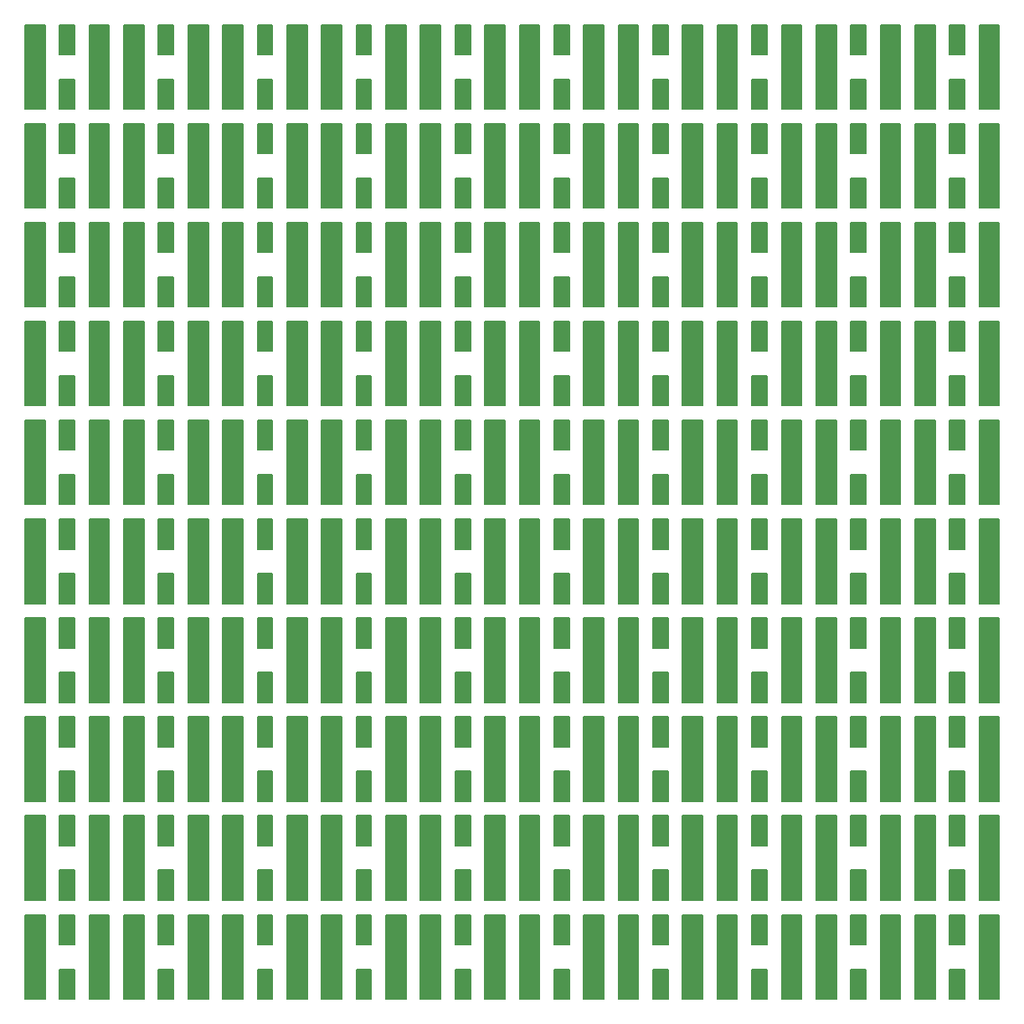
<source format=gbr>
%TF.GenerationSoftware,KiCad,Pcbnew,(6.0.7)*%
%TF.CreationDate,2022-09-25T18:43:39+08:00*%
%TF.ProjectId,WS2812bCricuitPanelization,57533238-3132-4624-9372-696375697450,rev?*%
%TF.SameCoordinates,Original*%
%TF.FileFunction,Paste,Bot*%
%TF.FilePolarity,Positive*%
%FSLAX46Y46*%
G04 Gerber Fmt 4.6, Leading zero omitted, Abs format (unit mm)*
G04 Created by KiCad (PCBNEW (6.0.7)) date 2022-09-25 18:43:39*
%MOMM*%
%LPD*%
G01*
G04 APERTURE LIST*
%ADD10C,0.150000*%
G04 APERTURE END LIST*
D10*
X202200000Y-153100000D02*
X204200000Y-153100000D01*
X204200000Y-153100000D02*
X204200000Y-161600000D01*
X204200000Y-161600000D02*
X202200000Y-161600000D01*
X202200000Y-161600000D02*
X202200000Y-153100000D01*
G36*
X202200000Y-153100000D02*
G01*
X204200000Y-153100000D01*
X204200000Y-161600000D01*
X202200000Y-161600000D01*
X202200000Y-153100000D01*
G37*
X199200000Y-153100000D02*
X200700000Y-153100000D01*
X200700000Y-153100000D02*
X200700000Y-156100000D01*
X200700000Y-156100000D02*
X199200000Y-156100000D01*
X199200000Y-156100000D02*
X199200000Y-153100000D01*
G36*
X199200000Y-153100000D02*
G01*
X200700000Y-153100000D01*
X200700000Y-156100000D01*
X199200000Y-156100000D01*
X199200000Y-153100000D01*
G37*
X195700000Y-153100000D02*
X197700000Y-153100000D01*
X197700000Y-153100000D02*
X197700000Y-161600000D01*
X197700000Y-161600000D02*
X195700000Y-161600000D01*
X195700000Y-161600000D02*
X195700000Y-153100000D01*
G36*
X195700000Y-153100000D02*
G01*
X197700000Y-153100000D01*
X197700000Y-161600000D01*
X195700000Y-161600000D01*
X195700000Y-153100000D01*
G37*
X199200000Y-158600000D02*
X200700000Y-158600000D01*
X200700000Y-158600000D02*
X200700000Y-161600000D01*
X200700000Y-161600000D02*
X199200000Y-161600000D01*
X199200000Y-161600000D02*
X199200000Y-158600000D01*
G36*
X199200000Y-158600000D02*
G01*
X200700000Y-158600000D01*
X200700000Y-161600000D01*
X199200000Y-161600000D01*
X199200000Y-158600000D01*
G37*
X192200000Y-153100000D02*
X194200000Y-153100000D01*
X194200000Y-153100000D02*
X194200000Y-161600000D01*
X194200000Y-161600000D02*
X192200000Y-161600000D01*
X192200000Y-161600000D02*
X192200000Y-153100000D01*
G36*
X192200000Y-153100000D02*
G01*
X194200000Y-153100000D01*
X194200000Y-161600000D01*
X192200000Y-161600000D01*
X192200000Y-153100000D01*
G37*
X189200000Y-153100000D02*
X190700000Y-153100000D01*
X190700000Y-153100000D02*
X190700000Y-156100000D01*
X190700000Y-156100000D02*
X189200000Y-156100000D01*
X189200000Y-156100000D02*
X189200000Y-153100000D01*
G36*
X189200000Y-153100000D02*
G01*
X190700000Y-153100000D01*
X190700000Y-156100000D01*
X189200000Y-156100000D01*
X189200000Y-153100000D01*
G37*
X185700000Y-153100000D02*
X187700000Y-153100000D01*
X187700000Y-153100000D02*
X187700000Y-161600000D01*
X187700000Y-161600000D02*
X185700000Y-161600000D01*
X185700000Y-161600000D02*
X185700000Y-153100000D01*
G36*
X185700000Y-153100000D02*
G01*
X187700000Y-153100000D01*
X187700000Y-161600000D01*
X185700000Y-161600000D01*
X185700000Y-153100000D01*
G37*
X189200000Y-158600000D02*
X190700000Y-158600000D01*
X190700000Y-158600000D02*
X190700000Y-161600000D01*
X190700000Y-161600000D02*
X189200000Y-161600000D01*
X189200000Y-161600000D02*
X189200000Y-158600000D01*
G36*
X189200000Y-158600000D02*
G01*
X190700000Y-158600000D01*
X190700000Y-161600000D01*
X189200000Y-161600000D01*
X189200000Y-158600000D01*
G37*
X182200000Y-153100000D02*
X184200000Y-153100000D01*
X184200000Y-153100000D02*
X184200000Y-161600000D01*
X184200000Y-161600000D02*
X182200000Y-161600000D01*
X182200000Y-161600000D02*
X182200000Y-153100000D01*
G36*
X182200000Y-153100000D02*
G01*
X184200000Y-153100000D01*
X184200000Y-161600000D01*
X182200000Y-161600000D01*
X182200000Y-153100000D01*
G37*
X179200000Y-153100000D02*
X180700000Y-153100000D01*
X180700000Y-153100000D02*
X180700000Y-156100000D01*
X180700000Y-156100000D02*
X179200000Y-156100000D01*
X179200000Y-156100000D02*
X179200000Y-153100000D01*
G36*
X179200000Y-153100000D02*
G01*
X180700000Y-153100000D01*
X180700000Y-156100000D01*
X179200000Y-156100000D01*
X179200000Y-153100000D01*
G37*
X175700000Y-153100000D02*
X177700000Y-153100000D01*
X177700000Y-153100000D02*
X177700000Y-161600000D01*
X177700000Y-161600000D02*
X175700000Y-161600000D01*
X175700000Y-161600000D02*
X175700000Y-153100000D01*
G36*
X175700000Y-153100000D02*
G01*
X177700000Y-153100000D01*
X177700000Y-161600000D01*
X175700000Y-161600000D01*
X175700000Y-153100000D01*
G37*
X179200000Y-158600000D02*
X180700000Y-158600000D01*
X180700000Y-158600000D02*
X180700000Y-161600000D01*
X180700000Y-161600000D02*
X179200000Y-161600000D01*
X179200000Y-161600000D02*
X179200000Y-158600000D01*
G36*
X179200000Y-158600000D02*
G01*
X180700000Y-158600000D01*
X180700000Y-161600000D01*
X179200000Y-161600000D01*
X179200000Y-158600000D01*
G37*
X172200000Y-153100000D02*
X174200000Y-153100000D01*
X174200000Y-153100000D02*
X174200000Y-161600000D01*
X174200000Y-161600000D02*
X172200000Y-161600000D01*
X172200000Y-161600000D02*
X172200000Y-153100000D01*
G36*
X172200000Y-153100000D02*
G01*
X174200000Y-153100000D01*
X174200000Y-161600000D01*
X172200000Y-161600000D01*
X172200000Y-153100000D01*
G37*
X169200000Y-153100000D02*
X170700000Y-153100000D01*
X170700000Y-153100000D02*
X170700000Y-156100000D01*
X170700000Y-156100000D02*
X169200000Y-156100000D01*
X169200000Y-156100000D02*
X169200000Y-153100000D01*
G36*
X169200000Y-153100000D02*
G01*
X170700000Y-153100000D01*
X170700000Y-156100000D01*
X169200000Y-156100000D01*
X169200000Y-153100000D01*
G37*
X165700000Y-153100000D02*
X167700000Y-153100000D01*
X167700000Y-153100000D02*
X167700000Y-161600000D01*
X167700000Y-161600000D02*
X165700000Y-161600000D01*
X165700000Y-161600000D02*
X165700000Y-153100000D01*
G36*
X165700000Y-153100000D02*
G01*
X167700000Y-153100000D01*
X167700000Y-161600000D01*
X165700000Y-161600000D01*
X165700000Y-153100000D01*
G37*
X169200000Y-158600000D02*
X170700000Y-158600000D01*
X170700000Y-158600000D02*
X170700000Y-161600000D01*
X170700000Y-161600000D02*
X169200000Y-161600000D01*
X169200000Y-161600000D02*
X169200000Y-158600000D01*
G36*
X169200000Y-158600000D02*
G01*
X170700000Y-158600000D01*
X170700000Y-161600000D01*
X169200000Y-161600000D01*
X169200000Y-158600000D01*
G37*
X162200000Y-153100000D02*
X164200000Y-153100000D01*
X164200000Y-153100000D02*
X164200000Y-161600000D01*
X164200000Y-161600000D02*
X162200000Y-161600000D01*
X162200000Y-161600000D02*
X162200000Y-153100000D01*
G36*
X162200000Y-153100000D02*
G01*
X164200000Y-153100000D01*
X164200000Y-161600000D01*
X162200000Y-161600000D01*
X162200000Y-153100000D01*
G37*
X159200000Y-153100000D02*
X160700000Y-153100000D01*
X160700000Y-153100000D02*
X160700000Y-156100000D01*
X160700000Y-156100000D02*
X159200000Y-156100000D01*
X159200000Y-156100000D02*
X159200000Y-153100000D01*
G36*
X159200000Y-153100000D02*
G01*
X160700000Y-153100000D01*
X160700000Y-156100000D01*
X159200000Y-156100000D01*
X159200000Y-153100000D01*
G37*
X155700000Y-153100000D02*
X157700000Y-153100000D01*
X157700000Y-153100000D02*
X157700000Y-161600000D01*
X157700000Y-161600000D02*
X155700000Y-161600000D01*
X155700000Y-161600000D02*
X155700000Y-153100000D01*
G36*
X155700000Y-153100000D02*
G01*
X157700000Y-153100000D01*
X157700000Y-161600000D01*
X155700000Y-161600000D01*
X155700000Y-153100000D01*
G37*
X159200000Y-158600000D02*
X160700000Y-158600000D01*
X160700000Y-158600000D02*
X160700000Y-161600000D01*
X160700000Y-161600000D02*
X159200000Y-161600000D01*
X159200000Y-161600000D02*
X159200000Y-158600000D01*
G36*
X159200000Y-158600000D02*
G01*
X160700000Y-158600000D01*
X160700000Y-161600000D01*
X159200000Y-161600000D01*
X159200000Y-158600000D01*
G37*
X152200000Y-153100000D02*
X154200000Y-153100000D01*
X154200000Y-153100000D02*
X154200000Y-161600000D01*
X154200000Y-161600000D02*
X152200000Y-161600000D01*
X152200000Y-161600000D02*
X152200000Y-153100000D01*
G36*
X152200000Y-153100000D02*
G01*
X154200000Y-153100000D01*
X154200000Y-161600000D01*
X152200000Y-161600000D01*
X152200000Y-153100000D01*
G37*
X149200000Y-153100000D02*
X150700000Y-153100000D01*
X150700000Y-153100000D02*
X150700000Y-156100000D01*
X150700000Y-156100000D02*
X149200000Y-156100000D01*
X149200000Y-156100000D02*
X149200000Y-153100000D01*
G36*
X149200000Y-153100000D02*
G01*
X150700000Y-153100000D01*
X150700000Y-156100000D01*
X149200000Y-156100000D01*
X149200000Y-153100000D01*
G37*
X145700000Y-153100000D02*
X147700000Y-153100000D01*
X147700000Y-153100000D02*
X147700000Y-161600000D01*
X147700000Y-161600000D02*
X145700000Y-161600000D01*
X145700000Y-161600000D02*
X145700000Y-153100000D01*
G36*
X145700000Y-153100000D02*
G01*
X147700000Y-153100000D01*
X147700000Y-161600000D01*
X145700000Y-161600000D01*
X145700000Y-153100000D01*
G37*
X149200000Y-158600000D02*
X150700000Y-158600000D01*
X150700000Y-158600000D02*
X150700000Y-161600000D01*
X150700000Y-161600000D02*
X149200000Y-161600000D01*
X149200000Y-161600000D02*
X149200000Y-158600000D01*
G36*
X149200000Y-158600000D02*
G01*
X150700000Y-158600000D01*
X150700000Y-161600000D01*
X149200000Y-161600000D01*
X149200000Y-158600000D01*
G37*
X142200000Y-153100000D02*
X144200000Y-153100000D01*
X144200000Y-153100000D02*
X144200000Y-161600000D01*
X144200000Y-161600000D02*
X142200000Y-161600000D01*
X142200000Y-161600000D02*
X142200000Y-153100000D01*
G36*
X142200000Y-153100000D02*
G01*
X144200000Y-153100000D01*
X144200000Y-161600000D01*
X142200000Y-161600000D01*
X142200000Y-153100000D01*
G37*
X139200000Y-153100000D02*
X140700000Y-153100000D01*
X140700000Y-153100000D02*
X140700000Y-156100000D01*
X140700000Y-156100000D02*
X139200000Y-156100000D01*
X139200000Y-156100000D02*
X139200000Y-153100000D01*
G36*
X139200000Y-153100000D02*
G01*
X140700000Y-153100000D01*
X140700000Y-156100000D01*
X139200000Y-156100000D01*
X139200000Y-153100000D01*
G37*
X135700000Y-153100000D02*
X137700000Y-153100000D01*
X137700000Y-153100000D02*
X137700000Y-161600000D01*
X137700000Y-161600000D02*
X135700000Y-161600000D01*
X135700000Y-161600000D02*
X135700000Y-153100000D01*
G36*
X135700000Y-153100000D02*
G01*
X137700000Y-153100000D01*
X137700000Y-161600000D01*
X135700000Y-161600000D01*
X135700000Y-153100000D01*
G37*
X139200000Y-158600000D02*
X140700000Y-158600000D01*
X140700000Y-158600000D02*
X140700000Y-161600000D01*
X140700000Y-161600000D02*
X139200000Y-161600000D01*
X139200000Y-161600000D02*
X139200000Y-158600000D01*
G36*
X139200000Y-158600000D02*
G01*
X140700000Y-158600000D01*
X140700000Y-161600000D01*
X139200000Y-161600000D01*
X139200000Y-158600000D01*
G37*
X132200000Y-153100000D02*
X134200000Y-153100000D01*
X134200000Y-153100000D02*
X134200000Y-161600000D01*
X134200000Y-161600000D02*
X132200000Y-161600000D01*
X132200000Y-161600000D02*
X132200000Y-153100000D01*
G36*
X132200000Y-153100000D02*
G01*
X134200000Y-153100000D01*
X134200000Y-161600000D01*
X132200000Y-161600000D01*
X132200000Y-153100000D01*
G37*
X129200000Y-153100000D02*
X130700000Y-153100000D01*
X130700000Y-153100000D02*
X130700000Y-156100000D01*
X130700000Y-156100000D02*
X129200000Y-156100000D01*
X129200000Y-156100000D02*
X129200000Y-153100000D01*
G36*
X129200000Y-153100000D02*
G01*
X130700000Y-153100000D01*
X130700000Y-156100000D01*
X129200000Y-156100000D01*
X129200000Y-153100000D01*
G37*
X125700000Y-153100000D02*
X127700000Y-153100000D01*
X127700000Y-153100000D02*
X127700000Y-161600000D01*
X127700000Y-161600000D02*
X125700000Y-161600000D01*
X125700000Y-161600000D02*
X125700000Y-153100000D01*
G36*
X125700000Y-153100000D02*
G01*
X127700000Y-153100000D01*
X127700000Y-161600000D01*
X125700000Y-161600000D01*
X125700000Y-153100000D01*
G37*
X129200000Y-158600000D02*
X130700000Y-158600000D01*
X130700000Y-158600000D02*
X130700000Y-161600000D01*
X130700000Y-161600000D02*
X129200000Y-161600000D01*
X129200000Y-161600000D02*
X129200000Y-158600000D01*
G36*
X129200000Y-158600000D02*
G01*
X130700000Y-158600000D01*
X130700000Y-161600000D01*
X129200000Y-161600000D01*
X129200000Y-158600000D01*
G37*
X122200000Y-153100000D02*
X124200000Y-153100000D01*
X124200000Y-153100000D02*
X124200000Y-161600000D01*
X124200000Y-161600000D02*
X122200000Y-161600000D01*
X122200000Y-161600000D02*
X122200000Y-153100000D01*
G36*
X122200000Y-153100000D02*
G01*
X124200000Y-153100000D01*
X124200000Y-161600000D01*
X122200000Y-161600000D01*
X122200000Y-153100000D01*
G37*
X119200000Y-153100000D02*
X120700000Y-153100000D01*
X120700000Y-153100000D02*
X120700000Y-156100000D01*
X120700000Y-156100000D02*
X119200000Y-156100000D01*
X119200000Y-156100000D02*
X119200000Y-153100000D01*
G36*
X119200000Y-153100000D02*
G01*
X120700000Y-153100000D01*
X120700000Y-156100000D01*
X119200000Y-156100000D01*
X119200000Y-153100000D01*
G37*
X115700000Y-153100000D02*
X117700000Y-153100000D01*
X117700000Y-153100000D02*
X117700000Y-161600000D01*
X117700000Y-161600000D02*
X115700000Y-161600000D01*
X115700000Y-161600000D02*
X115700000Y-153100000D01*
G36*
X115700000Y-153100000D02*
G01*
X117700000Y-153100000D01*
X117700000Y-161600000D01*
X115700000Y-161600000D01*
X115700000Y-153100000D01*
G37*
X119200000Y-158600000D02*
X120700000Y-158600000D01*
X120700000Y-158600000D02*
X120700000Y-161600000D01*
X120700000Y-161600000D02*
X119200000Y-161600000D01*
X119200000Y-161600000D02*
X119200000Y-158600000D01*
G36*
X119200000Y-158600000D02*
G01*
X120700000Y-158600000D01*
X120700000Y-161600000D01*
X119200000Y-161600000D01*
X119200000Y-158600000D01*
G37*
X112200000Y-153100000D02*
X114200000Y-153100000D01*
X114200000Y-153100000D02*
X114200000Y-161600000D01*
X114200000Y-161600000D02*
X112200000Y-161600000D01*
X112200000Y-161600000D02*
X112200000Y-153100000D01*
G36*
X112200000Y-153100000D02*
G01*
X114200000Y-153100000D01*
X114200000Y-161600000D01*
X112200000Y-161600000D01*
X112200000Y-153100000D01*
G37*
X109200000Y-153100000D02*
X110700000Y-153100000D01*
X110700000Y-153100000D02*
X110700000Y-156100000D01*
X110700000Y-156100000D02*
X109200000Y-156100000D01*
X109200000Y-156100000D02*
X109200000Y-153100000D01*
G36*
X109200000Y-153100000D02*
G01*
X110700000Y-153100000D01*
X110700000Y-156100000D01*
X109200000Y-156100000D01*
X109200000Y-153100000D01*
G37*
X105700000Y-153100000D02*
X107700000Y-153100000D01*
X107700000Y-153100000D02*
X107700000Y-161600000D01*
X107700000Y-161600000D02*
X105700000Y-161600000D01*
X105700000Y-161600000D02*
X105700000Y-153100000D01*
G36*
X105700000Y-153100000D02*
G01*
X107700000Y-153100000D01*
X107700000Y-161600000D01*
X105700000Y-161600000D01*
X105700000Y-153100000D01*
G37*
X109200000Y-158600000D02*
X110700000Y-158600000D01*
X110700000Y-158600000D02*
X110700000Y-161600000D01*
X110700000Y-161600000D02*
X109200000Y-161600000D01*
X109200000Y-161600000D02*
X109200000Y-158600000D01*
G36*
X109200000Y-158600000D02*
G01*
X110700000Y-158600000D01*
X110700000Y-161600000D01*
X109200000Y-161600000D01*
X109200000Y-158600000D01*
G37*
X202200000Y-143100000D02*
X204200000Y-143100000D01*
X204200000Y-143100000D02*
X204200000Y-151600000D01*
X204200000Y-151600000D02*
X202200000Y-151600000D01*
X202200000Y-151600000D02*
X202200000Y-143100000D01*
G36*
X202200000Y-143100000D02*
G01*
X204200000Y-143100000D01*
X204200000Y-151600000D01*
X202200000Y-151600000D01*
X202200000Y-143100000D01*
G37*
X199200000Y-143100000D02*
X200700000Y-143100000D01*
X200700000Y-143100000D02*
X200700000Y-146100000D01*
X200700000Y-146100000D02*
X199200000Y-146100000D01*
X199200000Y-146100000D02*
X199200000Y-143100000D01*
G36*
X199200000Y-143100000D02*
G01*
X200700000Y-143100000D01*
X200700000Y-146100000D01*
X199200000Y-146100000D01*
X199200000Y-143100000D01*
G37*
X195700000Y-143100000D02*
X197700000Y-143100000D01*
X197700000Y-143100000D02*
X197700000Y-151600000D01*
X197700000Y-151600000D02*
X195700000Y-151600000D01*
X195700000Y-151600000D02*
X195700000Y-143100000D01*
G36*
X195700000Y-143100000D02*
G01*
X197700000Y-143100000D01*
X197700000Y-151600000D01*
X195700000Y-151600000D01*
X195700000Y-143100000D01*
G37*
X199200000Y-148600000D02*
X200700000Y-148600000D01*
X200700000Y-148600000D02*
X200700000Y-151600000D01*
X200700000Y-151600000D02*
X199200000Y-151600000D01*
X199200000Y-151600000D02*
X199200000Y-148600000D01*
G36*
X199200000Y-148600000D02*
G01*
X200700000Y-148600000D01*
X200700000Y-151600000D01*
X199200000Y-151600000D01*
X199200000Y-148600000D01*
G37*
X192200000Y-143100000D02*
X194200000Y-143100000D01*
X194200000Y-143100000D02*
X194200000Y-151600000D01*
X194200000Y-151600000D02*
X192200000Y-151600000D01*
X192200000Y-151600000D02*
X192200000Y-143100000D01*
G36*
X192200000Y-143100000D02*
G01*
X194200000Y-143100000D01*
X194200000Y-151600000D01*
X192200000Y-151600000D01*
X192200000Y-143100000D01*
G37*
X189200000Y-143100000D02*
X190700000Y-143100000D01*
X190700000Y-143100000D02*
X190700000Y-146100000D01*
X190700000Y-146100000D02*
X189200000Y-146100000D01*
X189200000Y-146100000D02*
X189200000Y-143100000D01*
G36*
X189200000Y-143100000D02*
G01*
X190700000Y-143100000D01*
X190700000Y-146100000D01*
X189200000Y-146100000D01*
X189200000Y-143100000D01*
G37*
X185700000Y-143100000D02*
X187700000Y-143100000D01*
X187700000Y-143100000D02*
X187700000Y-151600000D01*
X187700000Y-151600000D02*
X185700000Y-151600000D01*
X185700000Y-151600000D02*
X185700000Y-143100000D01*
G36*
X185700000Y-143100000D02*
G01*
X187700000Y-143100000D01*
X187700000Y-151600000D01*
X185700000Y-151600000D01*
X185700000Y-143100000D01*
G37*
X189200000Y-148600000D02*
X190700000Y-148600000D01*
X190700000Y-148600000D02*
X190700000Y-151600000D01*
X190700000Y-151600000D02*
X189200000Y-151600000D01*
X189200000Y-151600000D02*
X189200000Y-148600000D01*
G36*
X189200000Y-148600000D02*
G01*
X190700000Y-148600000D01*
X190700000Y-151600000D01*
X189200000Y-151600000D01*
X189200000Y-148600000D01*
G37*
X182200000Y-143100000D02*
X184200000Y-143100000D01*
X184200000Y-143100000D02*
X184200000Y-151600000D01*
X184200000Y-151600000D02*
X182200000Y-151600000D01*
X182200000Y-151600000D02*
X182200000Y-143100000D01*
G36*
X182200000Y-143100000D02*
G01*
X184200000Y-143100000D01*
X184200000Y-151600000D01*
X182200000Y-151600000D01*
X182200000Y-143100000D01*
G37*
X179200000Y-143100000D02*
X180700000Y-143100000D01*
X180700000Y-143100000D02*
X180700000Y-146100000D01*
X180700000Y-146100000D02*
X179200000Y-146100000D01*
X179200000Y-146100000D02*
X179200000Y-143100000D01*
G36*
X179200000Y-143100000D02*
G01*
X180700000Y-143100000D01*
X180700000Y-146100000D01*
X179200000Y-146100000D01*
X179200000Y-143100000D01*
G37*
X175700000Y-143100000D02*
X177700000Y-143100000D01*
X177700000Y-143100000D02*
X177700000Y-151600000D01*
X177700000Y-151600000D02*
X175700000Y-151600000D01*
X175700000Y-151600000D02*
X175700000Y-143100000D01*
G36*
X175700000Y-143100000D02*
G01*
X177700000Y-143100000D01*
X177700000Y-151600000D01*
X175700000Y-151600000D01*
X175700000Y-143100000D01*
G37*
X179200000Y-148600000D02*
X180700000Y-148600000D01*
X180700000Y-148600000D02*
X180700000Y-151600000D01*
X180700000Y-151600000D02*
X179200000Y-151600000D01*
X179200000Y-151600000D02*
X179200000Y-148600000D01*
G36*
X179200000Y-148600000D02*
G01*
X180700000Y-148600000D01*
X180700000Y-151600000D01*
X179200000Y-151600000D01*
X179200000Y-148600000D01*
G37*
X172200000Y-143100000D02*
X174200000Y-143100000D01*
X174200000Y-143100000D02*
X174200000Y-151600000D01*
X174200000Y-151600000D02*
X172200000Y-151600000D01*
X172200000Y-151600000D02*
X172200000Y-143100000D01*
G36*
X172200000Y-143100000D02*
G01*
X174200000Y-143100000D01*
X174200000Y-151600000D01*
X172200000Y-151600000D01*
X172200000Y-143100000D01*
G37*
X169200000Y-143100000D02*
X170700000Y-143100000D01*
X170700000Y-143100000D02*
X170700000Y-146100000D01*
X170700000Y-146100000D02*
X169200000Y-146100000D01*
X169200000Y-146100000D02*
X169200000Y-143100000D01*
G36*
X169200000Y-143100000D02*
G01*
X170700000Y-143100000D01*
X170700000Y-146100000D01*
X169200000Y-146100000D01*
X169200000Y-143100000D01*
G37*
X165700000Y-143100000D02*
X167700000Y-143100000D01*
X167700000Y-143100000D02*
X167700000Y-151600000D01*
X167700000Y-151600000D02*
X165700000Y-151600000D01*
X165700000Y-151600000D02*
X165700000Y-143100000D01*
G36*
X165700000Y-143100000D02*
G01*
X167700000Y-143100000D01*
X167700000Y-151600000D01*
X165700000Y-151600000D01*
X165700000Y-143100000D01*
G37*
X169200000Y-148600000D02*
X170700000Y-148600000D01*
X170700000Y-148600000D02*
X170700000Y-151600000D01*
X170700000Y-151600000D02*
X169200000Y-151600000D01*
X169200000Y-151600000D02*
X169200000Y-148600000D01*
G36*
X169200000Y-148600000D02*
G01*
X170700000Y-148600000D01*
X170700000Y-151600000D01*
X169200000Y-151600000D01*
X169200000Y-148600000D01*
G37*
X162200000Y-143100000D02*
X164200000Y-143100000D01*
X164200000Y-143100000D02*
X164200000Y-151600000D01*
X164200000Y-151600000D02*
X162200000Y-151600000D01*
X162200000Y-151600000D02*
X162200000Y-143100000D01*
G36*
X162200000Y-143100000D02*
G01*
X164200000Y-143100000D01*
X164200000Y-151600000D01*
X162200000Y-151600000D01*
X162200000Y-143100000D01*
G37*
X159200000Y-143100000D02*
X160700000Y-143100000D01*
X160700000Y-143100000D02*
X160700000Y-146100000D01*
X160700000Y-146100000D02*
X159200000Y-146100000D01*
X159200000Y-146100000D02*
X159200000Y-143100000D01*
G36*
X159200000Y-143100000D02*
G01*
X160700000Y-143100000D01*
X160700000Y-146100000D01*
X159200000Y-146100000D01*
X159200000Y-143100000D01*
G37*
X155700000Y-143100000D02*
X157700000Y-143100000D01*
X157700000Y-143100000D02*
X157700000Y-151600000D01*
X157700000Y-151600000D02*
X155700000Y-151600000D01*
X155700000Y-151600000D02*
X155700000Y-143100000D01*
G36*
X155700000Y-143100000D02*
G01*
X157700000Y-143100000D01*
X157700000Y-151600000D01*
X155700000Y-151600000D01*
X155700000Y-143100000D01*
G37*
X159200000Y-148600000D02*
X160700000Y-148600000D01*
X160700000Y-148600000D02*
X160700000Y-151600000D01*
X160700000Y-151600000D02*
X159200000Y-151600000D01*
X159200000Y-151600000D02*
X159200000Y-148600000D01*
G36*
X159200000Y-148600000D02*
G01*
X160700000Y-148600000D01*
X160700000Y-151600000D01*
X159200000Y-151600000D01*
X159200000Y-148600000D01*
G37*
X152200000Y-143100000D02*
X154200000Y-143100000D01*
X154200000Y-143100000D02*
X154200000Y-151600000D01*
X154200000Y-151600000D02*
X152200000Y-151600000D01*
X152200000Y-151600000D02*
X152200000Y-143100000D01*
G36*
X152200000Y-143100000D02*
G01*
X154200000Y-143100000D01*
X154200000Y-151600000D01*
X152200000Y-151600000D01*
X152200000Y-143100000D01*
G37*
X149200000Y-143100000D02*
X150700000Y-143100000D01*
X150700000Y-143100000D02*
X150700000Y-146100000D01*
X150700000Y-146100000D02*
X149200000Y-146100000D01*
X149200000Y-146100000D02*
X149200000Y-143100000D01*
G36*
X149200000Y-143100000D02*
G01*
X150700000Y-143100000D01*
X150700000Y-146100000D01*
X149200000Y-146100000D01*
X149200000Y-143100000D01*
G37*
X145700000Y-143100000D02*
X147700000Y-143100000D01*
X147700000Y-143100000D02*
X147700000Y-151600000D01*
X147700000Y-151600000D02*
X145700000Y-151600000D01*
X145700000Y-151600000D02*
X145700000Y-143100000D01*
G36*
X145700000Y-143100000D02*
G01*
X147700000Y-143100000D01*
X147700000Y-151600000D01*
X145700000Y-151600000D01*
X145700000Y-143100000D01*
G37*
X149200000Y-148600000D02*
X150700000Y-148600000D01*
X150700000Y-148600000D02*
X150700000Y-151600000D01*
X150700000Y-151600000D02*
X149200000Y-151600000D01*
X149200000Y-151600000D02*
X149200000Y-148600000D01*
G36*
X149200000Y-148600000D02*
G01*
X150700000Y-148600000D01*
X150700000Y-151600000D01*
X149200000Y-151600000D01*
X149200000Y-148600000D01*
G37*
X142200000Y-143100000D02*
X144200000Y-143100000D01*
X144200000Y-143100000D02*
X144200000Y-151600000D01*
X144200000Y-151600000D02*
X142200000Y-151600000D01*
X142200000Y-151600000D02*
X142200000Y-143100000D01*
G36*
X142200000Y-143100000D02*
G01*
X144200000Y-143100000D01*
X144200000Y-151600000D01*
X142200000Y-151600000D01*
X142200000Y-143100000D01*
G37*
X139200000Y-143100000D02*
X140700000Y-143100000D01*
X140700000Y-143100000D02*
X140700000Y-146100000D01*
X140700000Y-146100000D02*
X139200000Y-146100000D01*
X139200000Y-146100000D02*
X139200000Y-143100000D01*
G36*
X139200000Y-143100000D02*
G01*
X140700000Y-143100000D01*
X140700000Y-146100000D01*
X139200000Y-146100000D01*
X139200000Y-143100000D01*
G37*
X135700000Y-143100000D02*
X137700000Y-143100000D01*
X137700000Y-143100000D02*
X137700000Y-151600000D01*
X137700000Y-151600000D02*
X135700000Y-151600000D01*
X135700000Y-151600000D02*
X135700000Y-143100000D01*
G36*
X135700000Y-143100000D02*
G01*
X137700000Y-143100000D01*
X137700000Y-151600000D01*
X135700000Y-151600000D01*
X135700000Y-143100000D01*
G37*
X139200000Y-148600000D02*
X140700000Y-148600000D01*
X140700000Y-148600000D02*
X140700000Y-151600000D01*
X140700000Y-151600000D02*
X139200000Y-151600000D01*
X139200000Y-151600000D02*
X139200000Y-148600000D01*
G36*
X139200000Y-148600000D02*
G01*
X140700000Y-148600000D01*
X140700000Y-151600000D01*
X139200000Y-151600000D01*
X139200000Y-148600000D01*
G37*
X132200000Y-143100000D02*
X134200000Y-143100000D01*
X134200000Y-143100000D02*
X134200000Y-151600000D01*
X134200000Y-151600000D02*
X132200000Y-151600000D01*
X132200000Y-151600000D02*
X132200000Y-143100000D01*
G36*
X132200000Y-143100000D02*
G01*
X134200000Y-143100000D01*
X134200000Y-151600000D01*
X132200000Y-151600000D01*
X132200000Y-143100000D01*
G37*
X129200000Y-143100000D02*
X130700000Y-143100000D01*
X130700000Y-143100000D02*
X130700000Y-146100000D01*
X130700000Y-146100000D02*
X129200000Y-146100000D01*
X129200000Y-146100000D02*
X129200000Y-143100000D01*
G36*
X129200000Y-143100000D02*
G01*
X130700000Y-143100000D01*
X130700000Y-146100000D01*
X129200000Y-146100000D01*
X129200000Y-143100000D01*
G37*
X125700000Y-143100000D02*
X127700000Y-143100000D01*
X127700000Y-143100000D02*
X127700000Y-151600000D01*
X127700000Y-151600000D02*
X125700000Y-151600000D01*
X125700000Y-151600000D02*
X125700000Y-143100000D01*
G36*
X125700000Y-143100000D02*
G01*
X127700000Y-143100000D01*
X127700000Y-151600000D01*
X125700000Y-151600000D01*
X125700000Y-143100000D01*
G37*
X129200000Y-148600000D02*
X130700000Y-148600000D01*
X130700000Y-148600000D02*
X130700000Y-151600000D01*
X130700000Y-151600000D02*
X129200000Y-151600000D01*
X129200000Y-151600000D02*
X129200000Y-148600000D01*
G36*
X129200000Y-148600000D02*
G01*
X130700000Y-148600000D01*
X130700000Y-151600000D01*
X129200000Y-151600000D01*
X129200000Y-148600000D01*
G37*
X122200000Y-143100000D02*
X124200000Y-143100000D01*
X124200000Y-143100000D02*
X124200000Y-151600000D01*
X124200000Y-151600000D02*
X122200000Y-151600000D01*
X122200000Y-151600000D02*
X122200000Y-143100000D01*
G36*
X122200000Y-143100000D02*
G01*
X124200000Y-143100000D01*
X124200000Y-151600000D01*
X122200000Y-151600000D01*
X122200000Y-143100000D01*
G37*
X119200000Y-143100000D02*
X120700000Y-143100000D01*
X120700000Y-143100000D02*
X120700000Y-146100000D01*
X120700000Y-146100000D02*
X119200000Y-146100000D01*
X119200000Y-146100000D02*
X119200000Y-143100000D01*
G36*
X119200000Y-143100000D02*
G01*
X120700000Y-143100000D01*
X120700000Y-146100000D01*
X119200000Y-146100000D01*
X119200000Y-143100000D01*
G37*
X115700000Y-143100000D02*
X117700000Y-143100000D01*
X117700000Y-143100000D02*
X117700000Y-151600000D01*
X117700000Y-151600000D02*
X115700000Y-151600000D01*
X115700000Y-151600000D02*
X115700000Y-143100000D01*
G36*
X115700000Y-143100000D02*
G01*
X117700000Y-143100000D01*
X117700000Y-151600000D01*
X115700000Y-151600000D01*
X115700000Y-143100000D01*
G37*
X119200000Y-148600000D02*
X120700000Y-148600000D01*
X120700000Y-148600000D02*
X120700000Y-151600000D01*
X120700000Y-151600000D02*
X119200000Y-151600000D01*
X119200000Y-151600000D02*
X119200000Y-148600000D01*
G36*
X119200000Y-148600000D02*
G01*
X120700000Y-148600000D01*
X120700000Y-151600000D01*
X119200000Y-151600000D01*
X119200000Y-148600000D01*
G37*
X112200000Y-143100000D02*
X114200000Y-143100000D01*
X114200000Y-143100000D02*
X114200000Y-151600000D01*
X114200000Y-151600000D02*
X112200000Y-151600000D01*
X112200000Y-151600000D02*
X112200000Y-143100000D01*
G36*
X112200000Y-143100000D02*
G01*
X114200000Y-143100000D01*
X114200000Y-151600000D01*
X112200000Y-151600000D01*
X112200000Y-143100000D01*
G37*
X109200000Y-143100000D02*
X110700000Y-143100000D01*
X110700000Y-143100000D02*
X110700000Y-146100000D01*
X110700000Y-146100000D02*
X109200000Y-146100000D01*
X109200000Y-146100000D02*
X109200000Y-143100000D01*
G36*
X109200000Y-143100000D02*
G01*
X110700000Y-143100000D01*
X110700000Y-146100000D01*
X109200000Y-146100000D01*
X109200000Y-143100000D01*
G37*
X105700000Y-143100000D02*
X107700000Y-143100000D01*
X107700000Y-143100000D02*
X107700000Y-151600000D01*
X107700000Y-151600000D02*
X105700000Y-151600000D01*
X105700000Y-151600000D02*
X105700000Y-143100000D01*
G36*
X105700000Y-143100000D02*
G01*
X107700000Y-143100000D01*
X107700000Y-151600000D01*
X105700000Y-151600000D01*
X105700000Y-143100000D01*
G37*
X109200000Y-148600000D02*
X110700000Y-148600000D01*
X110700000Y-148600000D02*
X110700000Y-151600000D01*
X110700000Y-151600000D02*
X109200000Y-151600000D01*
X109200000Y-151600000D02*
X109200000Y-148600000D01*
G36*
X109200000Y-148600000D02*
G01*
X110700000Y-148600000D01*
X110700000Y-151600000D01*
X109200000Y-151600000D01*
X109200000Y-148600000D01*
G37*
X202200000Y-133100000D02*
X204200000Y-133100000D01*
X204200000Y-133100000D02*
X204200000Y-141600000D01*
X204200000Y-141600000D02*
X202200000Y-141600000D01*
X202200000Y-141600000D02*
X202200000Y-133100000D01*
G36*
X202200000Y-133100000D02*
G01*
X204200000Y-133100000D01*
X204200000Y-141600000D01*
X202200000Y-141600000D01*
X202200000Y-133100000D01*
G37*
X199200000Y-133100000D02*
X200700000Y-133100000D01*
X200700000Y-133100000D02*
X200700000Y-136100000D01*
X200700000Y-136100000D02*
X199200000Y-136100000D01*
X199200000Y-136100000D02*
X199200000Y-133100000D01*
G36*
X199200000Y-133100000D02*
G01*
X200700000Y-133100000D01*
X200700000Y-136100000D01*
X199200000Y-136100000D01*
X199200000Y-133100000D01*
G37*
X195700000Y-133100000D02*
X197700000Y-133100000D01*
X197700000Y-133100000D02*
X197700000Y-141600000D01*
X197700000Y-141600000D02*
X195700000Y-141600000D01*
X195700000Y-141600000D02*
X195700000Y-133100000D01*
G36*
X195700000Y-133100000D02*
G01*
X197700000Y-133100000D01*
X197700000Y-141600000D01*
X195700000Y-141600000D01*
X195700000Y-133100000D01*
G37*
X199200000Y-138600000D02*
X200700000Y-138600000D01*
X200700000Y-138600000D02*
X200700000Y-141600000D01*
X200700000Y-141600000D02*
X199200000Y-141600000D01*
X199200000Y-141600000D02*
X199200000Y-138600000D01*
G36*
X199200000Y-138600000D02*
G01*
X200700000Y-138600000D01*
X200700000Y-141600000D01*
X199200000Y-141600000D01*
X199200000Y-138600000D01*
G37*
X192200000Y-133100000D02*
X194200000Y-133100000D01*
X194200000Y-133100000D02*
X194200000Y-141600000D01*
X194200000Y-141600000D02*
X192200000Y-141600000D01*
X192200000Y-141600000D02*
X192200000Y-133100000D01*
G36*
X192200000Y-133100000D02*
G01*
X194200000Y-133100000D01*
X194200000Y-141600000D01*
X192200000Y-141600000D01*
X192200000Y-133100000D01*
G37*
X189200000Y-133100000D02*
X190700000Y-133100000D01*
X190700000Y-133100000D02*
X190700000Y-136100000D01*
X190700000Y-136100000D02*
X189200000Y-136100000D01*
X189200000Y-136100000D02*
X189200000Y-133100000D01*
G36*
X189200000Y-133100000D02*
G01*
X190700000Y-133100000D01*
X190700000Y-136100000D01*
X189200000Y-136100000D01*
X189200000Y-133100000D01*
G37*
X185700000Y-133100000D02*
X187700000Y-133100000D01*
X187700000Y-133100000D02*
X187700000Y-141600000D01*
X187700000Y-141600000D02*
X185700000Y-141600000D01*
X185700000Y-141600000D02*
X185700000Y-133100000D01*
G36*
X185700000Y-133100000D02*
G01*
X187700000Y-133100000D01*
X187700000Y-141600000D01*
X185700000Y-141600000D01*
X185700000Y-133100000D01*
G37*
X189200000Y-138600000D02*
X190700000Y-138600000D01*
X190700000Y-138600000D02*
X190700000Y-141600000D01*
X190700000Y-141600000D02*
X189200000Y-141600000D01*
X189200000Y-141600000D02*
X189200000Y-138600000D01*
G36*
X189200000Y-138600000D02*
G01*
X190700000Y-138600000D01*
X190700000Y-141600000D01*
X189200000Y-141600000D01*
X189200000Y-138600000D01*
G37*
X182200000Y-133100000D02*
X184200000Y-133100000D01*
X184200000Y-133100000D02*
X184200000Y-141600000D01*
X184200000Y-141600000D02*
X182200000Y-141600000D01*
X182200000Y-141600000D02*
X182200000Y-133100000D01*
G36*
X182200000Y-133100000D02*
G01*
X184200000Y-133100000D01*
X184200000Y-141600000D01*
X182200000Y-141600000D01*
X182200000Y-133100000D01*
G37*
X179200000Y-133100000D02*
X180700000Y-133100000D01*
X180700000Y-133100000D02*
X180700000Y-136100000D01*
X180700000Y-136100000D02*
X179200000Y-136100000D01*
X179200000Y-136100000D02*
X179200000Y-133100000D01*
G36*
X179200000Y-133100000D02*
G01*
X180700000Y-133100000D01*
X180700000Y-136100000D01*
X179200000Y-136100000D01*
X179200000Y-133100000D01*
G37*
X175700000Y-133100000D02*
X177700000Y-133100000D01*
X177700000Y-133100000D02*
X177700000Y-141600000D01*
X177700000Y-141600000D02*
X175700000Y-141600000D01*
X175700000Y-141600000D02*
X175700000Y-133100000D01*
G36*
X175700000Y-133100000D02*
G01*
X177700000Y-133100000D01*
X177700000Y-141600000D01*
X175700000Y-141600000D01*
X175700000Y-133100000D01*
G37*
X179200000Y-138600000D02*
X180700000Y-138600000D01*
X180700000Y-138600000D02*
X180700000Y-141600000D01*
X180700000Y-141600000D02*
X179200000Y-141600000D01*
X179200000Y-141600000D02*
X179200000Y-138600000D01*
G36*
X179200000Y-138600000D02*
G01*
X180700000Y-138600000D01*
X180700000Y-141600000D01*
X179200000Y-141600000D01*
X179200000Y-138600000D01*
G37*
X172200000Y-133100000D02*
X174200000Y-133100000D01*
X174200000Y-133100000D02*
X174200000Y-141600000D01*
X174200000Y-141600000D02*
X172200000Y-141600000D01*
X172200000Y-141600000D02*
X172200000Y-133100000D01*
G36*
X172200000Y-133100000D02*
G01*
X174200000Y-133100000D01*
X174200000Y-141600000D01*
X172200000Y-141600000D01*
X172200000Y-133100000D01*
G37*
X169200000Y-133100000D02*
X170700000Y-133100000D01*
X170700000Y-133100000D02*
X170700000Y-136100000D01*
X170700000Y-136100000D02*
X169200000Y-136100000D01*
X169200000Y-136100000D02*
X169200000Y-133100000D01*
G36*
X169200000Y-133100000D02*
G01*
X170700000Y-133100000D01*
X170700000Y-136100000D01*
X169200000Y-136100000D01*
X169200000Y-133100000D01*
G37*
X165700000Y-133100000D02*
X167700000Y-133100000D01*
X167700000Y-133100000D02*
X167700000Y-141600000D01*
X167700000Y-141600000D02*
X165700000Y-141600000D01*
X165700000Y-141600000D02*
X165700000Y-133100000D01*
G36*
X165700000Y-133100000D02*
G01*
X167700000Y-133100000D01*
X167700000Y-141600000D01*
X165700000Y-141600000D01*
X165700000Y-133100000D01*
G37*
X169200000Y-138600000D02*
X170700000Y-138600000D01*
X170700000Y-138600000D02*
X170700000Y-141600000D01*
X170700000Y-141600000D02*
X169200000Y-141600000D01*
X169200000Y-141600000D02*
X169200000Y-138600000D01*
G36*
X169200000Y-138600000D02*
G01*
X170700000Y-138600000D01*
X170700000Y-141600000D01*
X169200000Y-141600000D01*
X169200000Y-138600000D01*
G37*
X162200000Y-133100000D02*
X164200000Y-133100000D01*
X164200000Y-133100000D02*
X164200000Y-141600000D01*
X164200000Y-141600000D02*
X162200000Y-141600000D01*
X162200000Y-141600000D02*
X162200000Y-133100000D01*
G36*
X162200000Y-133100000D02*
G01*
X164200000Y-133100000D01*
X164200000Y-141600000D01*
X162200000Y-141600000D01*
X162200000Y-133100000D01*
G37*
X159200000Y-133100000D02*
X160700000Y-133100000D01*
X160700000Y-133100000D02*
X160700000Y-136100000D01*
X160700000Y-136100000D02*
X159200000Y-136100000D01*
X159200000Y-136100000D02*
X159200000Y-133100000D01*
G36*
X159200000Y-133100000D02*
G01*
X160700000Y-133100000D01*
X160700000Y-136100000D01*
X159200000Y-136100000D01*
X159200000Y-133100000D01*
G37*
X155700000Y-133100000D02*
X157700000Y-133100000D01*
X157700000Y-133100000D02*
X157700000Y-141600000D01*
X157700000Y-141600000D02*
X155700000Y-141600000D01*
X155700000Y-141600000D02*
X155700000Y-133100000D01*
G36*
X155700000Y-133100000D02*
G01*
X157700000Y-133100000D01*
X157700000Y-141600000D01*
X155700000Y-141600000D01*
X155700000Y-133100000D01*
G37*
X159200000Y-138600000D02*
X160700000Y-138600000D01*
X160700000Y-138600000D02*
X160700000Y-141600000D01*
X160700000Y-141600000D02*
X159200000Y-141600000D01*
X159200000Y-141600000D02*
X159200000Y-138600000D01*
G36*
X159200000Y-138600000D02*
G01*
X160700000Y-138600000D01*
X160700000Y-141600000D01*
X159200000Y-141600000D01*
X159200000Y-138600000D01*
G37*
X152200000Y-133100000D02*
X154200000Y-133100000D01*
X154200000Y-133100000D02*
X154200000Y-141600000D01*
X154200000Y-141600000D02*
X152200000Y-141600000D01*
X152200000Y-141600000D02*
X152200000Y-133100000D01*
G36*
X152200000Y-133100000D02*
G01*
X154200000Y-133100000D01*
X154200000Y-141600000D01*
X152200000Y-141600000D01*
X152200000Y-133100000D01*
G37*
X149200000Y-133100000D02*
X150700000Y-133100000D01*
X150700000Y-133100000D02*
X150700000Y-136100000D01*
X150700000Y-136100000D02*
X149200000Y-136100000D01*
X149200000Y-136100000D02*
X149200000Y-133100000D01*
G36*
X149200000Y-133100000D02*
G01*
X150700000Y-133100000D01*
X150700000Y-136100000D01*
X149200000Y-136100000D01*
X149200000Y-133100000D01*
G37*
X145700000Y-133100000D02*
X147700000Y-133100000D01*
X147700000Y-133100000D02*
X147700000Y-141600000D01*
X147700000Y-141600000D02*
X145700000Y-141600000D01*
X145700000Y-141600000D02*
X145700000Y-133100000D01*
G36*
X145700000Y-133100000D02*
G01*
X147700000Y-133100000D01*
X147700000Y-141600000D01*
X145700000Y-141600000D01*
X145700000Y-133100000D01*
G37*
X149200000Y-138600000D02*
X150700000Y-138600000D01*
X150700000Y-138600000D02*
X150700000Y-141600000D01*
X150700000Y-141600000D02*
X149200000Y-141600000D01*
X149200000Y-141600000D02*
X149200000Y-138600000D01*
G36*
X149200000Y-138600000D02*
G01*
X150700000Y-138600000D01*
X150700000Y-141600000D01*
X149200000Y-141600000D01*
X149200000Y-138600000D01*
G37*
X142200000Y-133100000D02*
X144200000Y-133100000D01*
X144200000Y-133100000D02*
X144200000Y-141600000D01*
X144200000Y-141600000D02*
X142200000Y-141600000D01*
X142200000Y-141600000D02*
X142200000Y-133100000D01*
G36*
X142200000Y-133100000D02*
G01*
X144200000Y-133100000D01*
X144200000Y-141600000D01*
X142200000Y-141600000D01*
X142200000Y-133100000D01*
G37*
X139200000Y-133100000D02*
X140700000Y-133100000D01*
X140700000Y-133100000D02*
X140700000Y-136100000D01*
X140700000Y-136100000D02*
X139200000Y-136100000D01*
X139200000Y-136100000D02*
X139200000Y-133100000D01*
G36*
X139200000Y-133100000D02*
G01*
X140700000Y-133100000D01*
X140700000Y-136100000D01*
X139200000Y-136100000D01*
X139200000Y-133100000D01*
G37*
X135700000Y-133100000D02*
X137700000Y-133100000D01*
X137700000Y-133100000D02*
X137700000Y-141600000D01*
X137700000Y-141600000D02*
X135700000Y-141600000D01*
X135700000Y-141600000D02*
X135700000Y-133100000D01*
G36*
X135700000Y-133100000D02*
G01*
X137700000Y-133100000D01*
X137700000Y-141600000D01*
X135700000Y-141600000D01*
X135700000Y-133100000D01*
G37*
X139200000Y-138600000D02*
X140700000Y-138600000D01*
X140700000Y-138600000D02*
X140700000Y-141600000D01*
X140700000Y-141600000D02*
X139200000Y-141600000D01*
X139200000Y-141600000D02*
X139200000Y-138600000D01*
G36*
X139200000Y-138600000D02*
G01*
X140700000Y-138600000D01*
X140700000Y-141600000D01*
X139200000Y-141600000D01*
X139200000Y-138600000D01*
G37*
X132200000Y-133100000D02*
X134200000Y-133100000D01*
X134200000Y-133100000D02*
X134200000Y-141600000D01*
X134200000Y-141600000D02*
X132200000Y-141600000D01*
X132200000Y-141600000D02*
X132200000Y-133100000D01*
G36*
X132200000Y-133100000D02*
G01*
X134200000Y-133100000D01*
X134200000Y-141600000D01*
X132200000Y-141600000D01*
X132200000Y-133100000D01*
G37*
X129200000Y-133100000D02*
X130700000Y-133100000D01*
X130700000Y-133100000D02*
X130700000Y-136100000D01*
X130700000Y-136100000D02*
X129200000Y-136100000D01*
X129200000Y-136100000D02*
X129200000Y-133100000D01*
G36*
X129200000Y-133100000D02*
G01*
X130700000Y-133100000D01*
X130700000Y-136100000D01*
X129200000Y-136100000D01*
X129200000Y-133100000D01*
G37*
X125700000Y-133100000D02*
X127700000Y-133100000D01*
X127700000Y-133100000D02*
X127700000Y-141600000D01*
X127700000Y-141600000D02*
X125700000Y-141600000D01*
X125700000Y-141600000D02*
X125700000Y-133100000D01*
G36*
X125700000Y-133100000D02*
G01*
X127700000Y-133100000D01*
X127700000Y-141600000D01*
X125700000Y-141600000D01*
X125700000Y-133100000D01*
G37*
X129200000Y-138600000D02*
X130700000Y-138600000D01*
X130700000Y-138600000D02*
X130700000Y-141600000D01*
X130700000Y-141600000D02*
X129200000Y-141600000D01*
X129200000Y-141600000D02*
X129200000Y-138600000D01*
G36*
X129200000Y-138600000D02*
G01*
X130700000Y-138600000D01*
X130700000Y-141600000D01*
X129200000Y-141600000D01*
X129200000Y-138600000D01*
G37*
X122200000Y-133100000D02*
X124200000Y-133100000D01*
X124200000Y-133100000D02*
X124200000Y-141600000D01*
X124200000Y-141600000D02*
X122200000Y-141600000D01*
X122200000Y-141600000D02*
X122200000Y-133100000D01*
G36*
X122200000Y-133100000D02*
G01*
X124200000Y-133100000D01*
X124200000Y-141600000D01*
X122200000Y-141600000D01*
X122200000Y-133100000D01*
G37*
X119200000Y-133100000D02*
X120700000Y-133100000D01*
X120700000Y-133100000D02*
X120700000Y-136100000D01*
X120700000Y-136100000D02*
X119200000Y-136100000D01*
X119200000Y-136100000D02*
X119200000Y-133100000D01*
G36*
X119200000Y-133100000D02*
G01*
X120700000Y-133100000D01*
X120700000Y-136100000D01*
X119200000Y-136100000D01*
X119200000Y-133100000D01*
G37*
X115700000Y-133100000D02*
X117700000Y-133100000D01*
X117700000Y-133100000D02*
X117700000Y-141600000D01*
X117700000Y-141600000D02*
X115700000Y-141600000D01*
X115700000Y-141600000D02*
X115700000Y-133100000D01*
G36*
X115700000Y-133100000D02*
G01*
X117700000Y-133100000D01*
X117700000Y-141600000D01*
X115700000Y-141600000D01*
X115700000Y-133100000D01*
G37*
X119200000Y-138600000D02*
X120700000Y-138600000D01*
X120700000Y-138600000D02*
X120700000Y-141600000D01*
X120700000Y-141600000D02*
X119200000Y-141600000D01*
X119200000Y-141600000D02*
X119200000Y-138600000D01*
G36*
X119200000Y-138600000D02*
G01*
X120700000Y-138600000D01*
X120700000Y-141600000D01*
X119200000Y-141600000D01*
X119200000Y-138600000D01*
G37*
X112200000Y-133100000D02*
X114200000Y-133100000D01*
X114200000Y-133100000D02*
X114200000Y-141600000D01*
X114200000Y-141600000D02*
X112200000Y-141600000D01*
X112200000Y-141600000D02*
X112200000Y-133100000D01*
G36*
X112200000Y-133100000D02*
G01*
X114200000Y-133100000D01*
X114200000Y-141600000D01*
X112200000Y-141600000D01*
X112200000Y-133100000D01*
G37*
X109200000Y-133100000D02*
X110700000Y-133100000D01*
X110700000Y-133100000D02*
X110700000Y-136100000D01*
X110700000Y-136100000D02*
X109200000Y-136100000D01*
X109200000Y-136100000D02*
X109200000Y-133100000D01*
G36*
X109200000Y-133100000D02*
G01*
X110700000Y-133100000D01*
X110700000Y-136100000D01*
X109200000Y-136100000D01*
X109200000Y-133100000D01*
G37*
X105700000Y-133100000D02*
X107700000Y-133100000D01*
X107700000Y-133100000D02*
X107700000Y-141600000D01*
X107700000Y-141600000D02*
X105700000Y-141600000D01*
X105700000Y-141600000D02*
X105700000Y-133100000D01*
G36*
X105700000Y-133100000D02*
G01*
X107700000Y-133100000D01*
X107700000Y-141600000D01*
X105700000Y-141600000D01*
X105700000Y-133100000D01*
G37*
X109200000Y-138600000D02*
X110700000Y-138600000D01*
X110700000Y-138600000D02*
X110700000Y-141600000D01*
X110700000Y-141600000D02*
X109200000Y-141600000D01*
X109200000Y-141600000D02*
X109200000Y-138600000D01*
G36*
X109200000Y-138600000D02*
G01*
X110700000Y-138600000D01*
X110700000Y-141600000D01*
X109200000Y-141600000D01*
X109200000Y-138600000D01*
G37*
X202200000Y-123100000D02*
X204200000Y-123100000D01*
X204200000Y-123100000D02*
X204200000Y-131600000D01*
X204200000Y-131600000D02*
X202200000Y-131600000D01*
X202200000Y-131600000D02*
X202200000Y-123100000D01*
G36*
X202200000Y-123100000D02*
G01*
X204200000Y-123100000D01*
X204200000Y-131600000D01*
X202200000Y-131600000D01*
X202200000Y-123100000D01*
G37*
X199200000Y-123100000D02*
X200700000Y-123100000D01*
X200700000Y-123100000D02*
X200700000Y-126100000D01*
X200700000Y-126100000D02*
X199200000Y-126100000D01*
X199200000Y-126100000D02*
X199200000Y-123100000D01*
G36*
X199200000Y-123100000D02*
G01*
X200700000Y-123100000D01*
X200700000Y-126100000D01*
X199200000Y-126100000D01*
X199200000Y-123100000D01*
G37*
X195700000Y-123100000D02*
X197700000Y-123100000D01*
X197700000Y-123100000D02*
X197700000Y-131600000D01*
X197700000Y-131600000D02*
X195700000Y-131600000D01*
X195700000Y-131600000D02*
X195700000Y-123100000D01*
G36*
X195700000Y-123100000D02*
G01*
X197700000Y-123100000D01*
X197700000Y-131600000D01*
X195700000Y-131600000D01*
X195700000Y-123100000D01*
G37*
X199200000Y-128600000D02*
X200700000Y-128600000D01*
X200700000Y-128600000D02*
X200700000Y-131600000D01*
X200700000Y-131600000D02*
X199200000Y-131600000D01*
X199200000Y-131600000D02*
X199200000Y-128600000D01*
G36*
X199200000Y-128600000D02*
G01*
X200700000Y-128600000D01*
X200700000Y-131600000D01*
X199200000Y-131600000D01*
X199200000Y-128600000D01*
G37*
X192200000Y-123100000D02*
X194200000Y-123100000D01*
X194200000Y-123100000D02*
X194200000Y-131600000D01*
X194200000Y-131600000D02*
X192200000Y-131600000D01*
X192200000Y-131600000D02*
X192200000Y-123100000D01*
G36*
X192200000Y-123100000D02*
G01*
X194200000Y-123100000D01*
X194200000Y-131600000D01*
X192200000Y-131600000D01*
X192200000Y-123100000D01*
G37*
X189200000Y-123100000D02*
X190700000Y-123100000D01*
X190700000Y-123100000D02*
X190700000Y-126100000D01*
X190700000Y-126100000D02*
X189200000Y-126100000D01*
X189200000Y-126100000D02*
X189200000Y-123100000D01*
G36*
X189200000Y-123100000D02*
G01*
X190700000Y-123100000D01*
X190700000Y-126100000D01*
X189200000Y-126100000D01*
X189200000Y-123100000D01*
G37*
X185700000Y-123100000D02*
X187700000Y-123100000D01*
X187700000Y-123100000D02*
X187700000Y-131600000D01*
X187700000Y-131600000D02*
X185700000Y-131600000D01*
X185700000Y-131600000D02*
X185700000Y-123100000D01*
G36*
X185700000Y-123100000D02*
G01*
X187700000Y-123100000D01*
X187700000Y-131600000D01*
X185700000Y-131600000D01*
X185700000Y-123100000D01*
G37*
X189200000Y-128600000D02*
X190700000Y-128600000D01*
X190700000Y-128600000D02*
X190700000Y-131600000D01*
X190700000Y-131600000D02*
X189200000Y-131600000D01*
X189200000Y-131600000D02*
X189200000Y-128600000D01*
G36*
X189200000Y-128600000D02*
G01*
X190700000Y-128600000D01*
X190700000Y-131600000D01*
X189200000Y-131600000D01*
X189200000Y-128600000D01*
G37*
X182200000Y-123100000D02*
X184200000Y-123100000D01*
X184200000Y-123100000D02*
X184200000Y-131600000D01*
X184200000Y-131600000D02*
X182200000Y-131600000D01*
X182200000Y-131600000D02*
X182200000Y-123100000D01*
G36*
X182200000Y-123100000D02*
G01*
X184200000Y-123100000D01*
X184200000Y-131600000D01*
X182200000Y-131600000D01*
X182200000Y-123100000D01*
G37*
X179200000Y-123100000D02*
X180700000Y-123100000D01*
X180700000Y-123100000D02*
X180700000Y-126100000D01*
X180700000Y-126100000D02*
X179200000Y-126100000D01*
X179200000Y-126100000D02*
X179200000Y-123100000D01*
G36*
X179200000Y-123100000D02*
G01*
X180700000Y-123100000D01*
X180700000Y-126100000D01*
X179200000Y-126100000D01*
X179200000Y-123100000D01*
G37*
X175700000Y-123100000D02*
X177700000Y-123100000D01*
X177700000Y-123100000D02*
X177700000Y-131600000D01*
X177700000Y-131600000D02*
X175700000Y-131600000D01*
X175700000Y-131600000D02*
X175700000Y-123100000D01*
G36*
X175700000Y-123100000D02*
G01*
X177700000Y-123100000D01*
X177700000Y-131600000D01*
X175700000Y-131600000D01*
X175700000Y-123100000D01*
G37*
X179200000Y-128600000D02*
X180700000Y-128600000D01*
X180700000Y-128600000D02*
X180700000Y-131600000D01*
X180700000Y-131600000D02*
X179200000Y-131600000D01*
X179200000Y-131600000D02*
X179200000Y-128600000D01*
G36*
X179200000Y-128600000D02*
G01*
X180700000Y-128600000D01*
X180700000Y-131600000D01*
X179200000Y-131600000D01*
X179200000Y-128600000D01*
G37*
X172200000Y-123100000D02*
X174200000Y-123100000D01*
X174200000Y-123100000D02*
X174200000Y-131600000D01*
X174200000Y-131600000D02*
X172200000Y-131600000D01*
X172200000Y-131600000D02*
X172200000Y-123100000D01*
G36*
X172200000Y-123100000D02*
G01*
X174200000Y-123100000D01*
X174200000Y-131600000D01*
X172200000Y-131600000D01*
X172200000Y-123100000D01*
G37*
X169200000Y-123100000D02*
X170700000Y-123100000D01*
X170700000Y-123100000D02*
X170700000Y-126100000D01*
X170700000Y-126100000D02*
X169200000Y-126100000D01*
X169200000Y-126100000D02*
X169200000Y-123100000D01*
G36*
X169200000Y-123100000D02*
G01*
X170700000Y-123100000D01*
X170700000Y-126100000D01*
X169200000Y-126100000D01*
X169200000Y-123100000D01*
G37*
X165700000Y-123100000D02*
X167700000Y-123100000D01*
X167700000Y-123100000D02*
X167700000Y-131600000D01*
X167700000Y-131600000D02*
X165700000Y-131600000D01*
X165700000Y-131600000D02*
X165700000Y-123100000D01*
G36*
X165700000Y-123100000D02*
G01*
X167700000Y-123100000D01*
X167700000Y-131600000D01*
X165700000Y-131600000D01*
X165700000Y-123100000D01*
G37*
X169200000Y-128600000D02*
X170700000Y-128600000D01*
X170700000Y-128600000D02*
X170700000Y-131600000D01*
X170700000Y-131600000D02*
X169200000Y-131600000D01*
X169200000Y-131600000D02*
X169200000Y-128600000D01*
G36*
X169200000Y-128600000D02*
G01*
X170700000Y-128600000D01*
X170700000Y-131600000D01*
X169200000Y-131600000D01*
X169200000Y-128600000D01*
G37*
X162200000Y-123100000D02*
X164200000Y-123100000D01*
X164200000Y-123100000D02*
X164200000Y-131600000D01*
X164200000Y-131600000D02*
X162200000Y-131600000D01*
X162200000Y-131600000D02*
X162200000Y-123100000D01*
G36*
X162200000Y-123100000D02*
G01*
X164200000Y-123100000D01*
X164200000Y-131600000D01*
X162200000Y-131600000D01*
X162200000Y-123100000D01*
G37*
X159200000Y-123100000D02*
X160700000Y-123100000D01*
X160700000Y-123100000D02*
X160700000Y-126100000D01*
X160700000Y-126100000D02*
X159200000Y-126100000D01*
X159200000Y-126100000D02*
X159200000Y-123100000D01*
G36*
X159200000Y-123100000D02*
G01*
X160700000Y-123100000D01*
X160700000Y-126100000D01*
X159200000Y-126100000D01*
X159200000Y-123100000D01*
G37*
X155700000Y-123100000D02*
X157700000Y-123100000D01*
X157700000Y-123100000D02*
X157700000Y-131600000D01*
X157700000Y-131600000D02*
X155700000Y-131600000D01*
X155700000Y-131600000D02*
X155700000Y-123100000D01*
G36*
X155700000Y-123100000D02*
G01*
X157700000Y-123100000D01*
X157700000Y-131600000D01*
X155700000Y-131600000D01*
X155700000Y-123100000D01*
G37*
X159200000Y-128600000D02*
X160700000Y-128600000D01*
X160700000Y-128600000D02*
X160700000Y-131600000D01*
X160700000Y-131600000D02*
X159200000Y-131600000D01*
X159200000Y-131600000D02*
X159200000Y-128600000D01*
G36*
X159200000Y-128600000D02*
G01*
X160700000Y-128600000D01*
X160700000Y-131600000D01*
X159200000Y-131600000D01*
X159200000Y-128600000D01*
G37*
X152200000Y-123100000D02*
X154200000Y-123100000D01*
X154200000Y-123100000D02*
X154200000Y-131600000D01*
X154200000Y-131600000D02*
X152200000Y-131600000D01*
X152200000Y-131600000D02*
X152200000Y-123100000D01*
G36*
X152200000Y-123100000D02*
G01*
X154200000Y-123100000D01*
X154200000Y-131600000D01*
X152200000Y-131600000D01*
X152200000Y-123100000D01*
G37*
X149200000Y-123100000D02*
X150700000Y-123100000D01*
X150700000Y-123100000D02*
X150700000Y-126100000D01*
X150700000Y-126100000D02*
X149200000Y-126100000D01*
X149200000Y-126100000D02*
X149200000Y-123100000D01*
G36*
X149200000Y-123100000D02*
G01*
X150700000Y-123100000D01*
X150700000Y-126100000D01*
X149200000Y-126100000D01*
X149200000Y-123100000D01*
G37*
X145700000Y-123100000D02*
X147700000Y-123100000D01*
X147700000Y-123100000D02*
X147700000Y-131600000D01*
X147700000Y-131600000D02*
X145700000Y-131600000D01*
X145700000Y-131600000D02*
X145700000Y-123100000D01*
G36*
X145700000Y-123100000D02*
G01*
X147700000Y-123100000D01*
X147700000Y-131600000D01*
X145700000Y-131600000D01*
X145700000Y-123100000D01*
G37*
X149200000Y-128600000D02*
X150700000Y-128600000D01*
X150700000Y-128600000D02*
X150700000Y-131600000D01*
X150700000Y-131600000D02*
X149200000Y-131600000D01*
X149200000Y-131600000D02*
X149200000Y-128600000D01*
G36*
X149200000Y-128600000D02*
G01*
X150700000Y-128600000D01*
X150700000Y-131600000D01*
X149200000Y-131600000D01*
X149200000Y-128600000D01*
G37*
X142200000Y-123100000D02*
X144200000Y-123100000D01*
X144200000Y-123100000D02*
X144200000Y-131600000D01*
X144200000Y-131600000D02*
X142200000Y-131600000D01*
X142200000Y-131600000D02*
X142200000Y-123100000D01*
G36*
X142200000Y-123100000D02*
G01*
X144200000Y-123100000D01*
X144200000Y-131600000D01*
X142200000Y-131600000D01*
X142200000Y-123100000D01*
G37*
X139200000Y-123100000D02*
X140700000Y-123100000D01*
X140700000Y-123100000D02*
X140700000Y-126100000D01*
X140700000Y-126100000D02*
X139200000Y-126100000D01*
X139200000Y-126100000D02*
X139200000Y-123100000D01*
G36*
X139200000Y-123100000D02*
G01*
X140700000Y-123100000D01*
X140700000Y-126100000D01*
X139200000Y-126100000D01*
X139200000Y-123100000D01*
G37*
X135700000Y-123100000D02*
X137700000Y-123100000D01*
X137700000Y-123100000D02*
X137700000Y-131600000D01*
X137700000Y-131600000D02*
X135700000Y-131600000D01*
X135700000Y-131600000D02*
X135700000Y-123100000D01*
G36*
X135700000Y-123100000D02*
G01*
X137700000Y-123100000D01*
X137700000Y-131600000D01*
X135700000Y-131600000D01*
X135700000Y-123100000D01*
G37*
X139200000Y-128600000D02*
X140700000Y-128600000D01*
X140700000Y-128600000D02*
X140700000Y-131600000D01*
X140700000Y-131600000D02*
X139200000Y-131600000D01*
X139200000Y-131600000D02*
X139200000Y-128600000D01*
G36*
X139200000Y-128600000D02*
G01*
X140700000Y-128600000D01*
X140700000Y-131600000D01*
X139200000Y-131600000D01*
X139200000Y-128600000D01*
G37*
X132200000Y-123100000D02*
X134200000Y-123100000D01*
X134200000Y-123100000D02*
X134200000Y-131600000D01*
X134200000Y-131600000D02*
X132200000Y-131600000D01*
X132200000Y-131600000D02*
X132200000Y-123100000D01*
G36*
X132200000Y-123100000D02*
G01*
X134200000Y-123100000D01*
X134200000Y-131600000D01*
X132200000Y-131600000D01*
X132200000Y-123100000D01*
G37*
X129200000Y-123100000D02*
X130700000Y-123100000D01*
X130700000Y-123100000D02*
X130700000Y-126100000D01*
X130700000Y-126100000D02*
X129200000Y-126100000D01*
X129200000Y-126100000D02*
X129200000Y-123100000D01*
G36*
X129200000Y-123100000D02*
G01*
X130700000Y-123100000D01*
X130700000Y-126100000D01*
X129200000Y-126100000D01*
X129200000Y-123100000D01*
G37*
X125700000Y-123100000D02*
X127700000Y-123100000D01*
X127700000Y-123100000D02*
X127700000Y-131600000D01*
X127700000Y-131600000D02*
X125700000Y-131600000D01*
X125700000Y-131600000D02*
X125700000Y-123100000D01*
G36*
X125700000Y-123100000D02*
G01*
X127700000Y-123100000D01*
X127700000Y-131600000D01*
X125700000Y-131600000D01*
X125700000Y-123100000D01*
G37*
X129200000Y-128600000D02*
X130700000Y-128600000D01*
X130700000Y-128600000D02*
X130700000Y-131600000D01*
X130700000Y-131600000D02*
X129200000Y-131600000D01*
X129200000Y-131600000D02*
X129200000Y-128600000D01*
G36*
X129200000Y-128600000D02*
G01*
X130700000Y-128600000D01*
X130700000Y-131600000D01*
X129200000Y-131600000D01*
X129200000Y-128600000D01*
G37*
X122200000Y-123100000D02*
X124200000Y-123100000D01*
X124200000Y-123100000D02*
X124200000Y-131600000D01*
X124200000Y-131600000D02*
X122200000Y-131600000D01*
X122200000Y-131600000D02*
X122200000Y-123100000D01*
G36*
X122200000Y-123100000D02*
G01*
X124200000Y-123100000D01*
X124200000Y-131600000D01*
X122200000Y-131600000D01*
X122200000Y-123100000D01*
G37*
X119200000Y-123100000D02*
X120700000Y-123100000D01*
X120700000Y-123100000D02*
X120700000Y-126100000D01*
X120700000Y-126100000D02*
X119200000Y-126100000D01*
X119200000Y-126100000D02*
X119200000Y-123100000D01*
G36*
X119200000Y-123100000D02*
G01*
X120700000Y-123100000D01*
X120700000Y-126100000D01*
X119200000Y-126100000D01*
X119200000Y-123100000D01*
G37*
X115700000Y-123100000D02*
X117700000Y-123100000D01*
X117700000Y-123100000D02*
X117700000Y-131600000D01*
X117700000Y-131600000D02*
X115700000Y-131600000D01*
X115700000Y-131600000D02*
X115700000Y-123100000D01*
G36*
X115700000Y-123100000D02*
G01*
X117700000Y-123100000D01*
X117700000Y-131600000D01*
X115700000Y-131600000D01*
X115700000Y-123100000D01*
G37*
X119200000Y-128600000D02*
X120700000Y-128600000D01*
X120700000Y-128600000D02*
X120700000Y-131600000D01*
X120700000Y-131600000D02*
X119200000Y-131600000D01*
X119200000Y-131600000D02*
X119200000Y-128600000D01*
G36*
X119200000Y-128600000D02*
G01*
X120700000Y-128600000D01*
X120700000Y-131600000D01*
X119200000Y-131600000D01*
X119200000Y-128600000D01*
G37*
X112200000Y-123100000D02*
X114200000Y-123100000D01*
X114200000Y-123100000D02*
X114200000Y-131600000D01*
X114200000Y-131600000D02*
X112200000Y-131600000D01*
X112200000Y-131600000D02*
X112200000Y-123100000D01*
G36*
X112200000Y-123100000D02*
G01*
X114200000Y-123100000D01*
X114200000Y-131600000D01*
X112200000Y-131600000D01*
X112200000Y-123100000D01*
G37*
X109200000Y-123100000D02*
X110700000Y-123100000D01*
X110700000Y-123100000D02*
X110700000Y-126100000D01*
X110700000Y-126100000D02*
X109200000Y-126100000D01*
X109200000Y-126100000D02*
X109200000Y-123100000D01*
G36*
X109200000Y-123100000D02*
G01*
X110700000Y-123100000D01*
X110700000Y-126100000D01*
X109200000Y-126100000D01*
X109200000Y-123100000D01*
G37*
X105700000Y-123100000D02*
X107700000Y-123100000D01*
X107700000Y-123100000D02*
X107700000Y-131600000D01*
X107700000Y-131600000D02*
X105700000Y-131600000D01*
X105700000Y-131600000D02*
X105700000Y-123100000D01*
G36*
X105700000Y-123100000D02*
G01*
X107700000Y-123100000D01*
X107700000Y-131600000D01*
X105700000Y-131600000D01*
X105700000Y-123100000D01*
G37*
X109200000Y-128600000D02*
X110700000Y-128600000D01*
X110700000Y-128600000D02*
X110700000Y-131600000D01*
X110700000Y-131600000D02*
X109200000Y-131600000D01*
X109200000Y-131600000D02*
X109200000Y-128600000D01*
G36*
X109200000Y-128600000D02*
G01*
X110700000Y-128600000D01*
X110700000Y-131600000D01*
X109200000Y-131600000D01*
X109200000Y-128600000D01*
G37*
X202200000Y-113100000D02*
X204200000Y-113100000D01*
X204200000Y-113100000D02*
X204200000Y-121600000D01*
X204200000Y-121600000D02*
X202200000Y-121600000D01*
X202200000Y-121600000D02*
X202200000Y-113100000D01*
G36*
X202200000Y-113100000D02*
G01*
X204200000Y-113100000D01*
X204200000Y-121600000D01*
X202200000Y-121600000D01*
X202200000Y-113100000D01*
G37*
X199200000Y-113100000D02*
X200700000Y-113100000D01*
X200700000Y-113100000D02*
X200700000Y-116100000D01*
X200700000Y-116100000D02*
X199200000Y-116100000D01*
X199200000Y-116100000D02*
X199200000Y-113100000D01*
G36*
X199200000Y-113100000D02*
G01*
X200700000Y-113100000D01*
X200700000Y-116100000D01*
X199200000Y-116100000D01*
X199200000Y-113100000D01*
G37*
X195700000Y-113100000D02*
X197700000Y-113100000D01*
X197700000Y-113100000D02*
X197700000Y-121600000D01*
X197700000Y-121600000D02*
X195700000Y-121600000D01*
X195700000Y-121600000D02*
X195700000Y-113100000D01*
G36*
X195700000Y-113100000D02*
G01*
X197700000Y-113100000D01*
X197700000Y-121600000D01*
X195700000Y-121600000D01*
X195700000Y-113100000D01*
G37*
X199200000Y-118600000D02*
X200700000Y-118600000D01*
X200700000Y-118600000D02*
X200700000Y-121600000D01*
X200700000Y-121600000D02*
X199200000Y-121600000D01*
X199200000Y-121600000D02*
X199200000Y-118600000D01*
G36*
X199200000Y-118600000D02*
G01*
X200700000Y-118600000D01*
X200700000Y-121600000D01*
X199200000Y-121600000D01*
X199200000Y-118600000D01*
G37*
X192200000Y-113100000D02*
X194200000Y-113100000D01*
X194200000Y-113100000D02*
X194200000Y-121600000D01*
X194200000Y-121600000D02*
X192200000Y-121600000D01*
X192200000Y-121600000D02*
X192200000Y-113100000D01*
G36*
X192200000Y-113100000D02*
G01*
X194200000Y-113100000D01*
X194200000Y-121600000D01*
X192200000Y-121600000D01*
X192200000Y-113100000D01*
G37*
X189200000Y-113100000D02*
X190700000Y-113100000D01*
X190700000Y-113100000D02*
X190700000Y-116100000D01*
X190700000Y-116100000D02*
X189200000Y-116100000D01*
X189200000Y-116100000D02*
X189200000Y-113100000D01*
G36*
X189200000Y-113100000D02*
G01*
X190700000Y-113100000D01*
X190700000Y-116100000D01*
X189200000Y-116100000D01*
X189200000Y-113100000D01*
G37*
X185700000Y-113100000D02*
X187700000Y-113100000D01*
X187700000Y-113100000D02*
X187700000Y-121600000D01*
X187700000Y-121600000D02*
X185700000Y-121600000D01*
X185700000Y-121600000D02*
X185700000Y-113100000D01*
G36*
X185700000Y-113100000D02*
G01*
X187700000Y-113100000D01*
X187700000Y-121600000D01*
X185700000Y-121600000D01*
X185700000Y-113100000D01*
G37*
X189200000Y-118600000D02*
X190700000Y-118600000D01*
X190700000Y-118600000D02*
X190700000Y-121600000D01*
X190700000Y-121600000D02*
X189200000Y-121600000D01*
X189200000Y-121600000D02*
X189200000Y-118600000D01*
G36*
X189200000Y-118600000D02*
G01*
X190700000Y-118600000D01*
X190700000Y-121600000D01*
X189200000Y-121600000D01*
X189200000Y-118600000D01*
G37*
X182200000Y-113100000D02*
X184200000Y-113100000D01*
X184200000Y-113100000D02*
X184200000Y-121600000D01*
X184200000Y-121600000D02*
X182200000Y-121600000D01*
X182200000Y-121600000D02*
X182200000Y-113100000D01*
G36*
X182200000Y-113100000D02*
G01*
X184200000Y-113100000D01*
X184200000Y-121600000D01*
X182200000Y-121600000D01*
X182200000Y-113100000D01*
G37*
X179200000Y-113100000D02*
X180700000Y-113100000D01*
X180700000Y-113100000D02*
X180700000Y-116100000D01*
X180700000Y-116100000D02*
X179200000Y-116100000D01*
X179200000Y-116100000D02*
X179200000Y-113100000D01*
G36*
X179200000Y-113100000D02*
G01*
X180700000Y-113100000D01*
X180700000Y-116100000D01*
X179200000Y-116100000D01*
X179200000Y-113100000D01*
G37*
X175700000Y-113100000D02*
X177700000Y-113100000D01*
X177700000Y-113100000D02*
X177700000Y-121600000D01*
X177700000Y-121600000D02*
X175700000Y-121600000D01*
X175700000Y-121600000D02*
X175700000Y-113100000D01*
G36*
X175700000Y-113100000D02*
G01*
X177700000Y-113100000D01*
X177700000Y-121600000D01*
X175700000Y-121600000D01*
X175700000Y-113100000D01*
G37*
X179200000Y-118600000D02*
X180700000Y-118600000D01*
X180700000Y-118600000D02*
X180700000Y-121600000D01*
X180700000Y-121600000D02*
X179200000Y-121600000D01*
X179200000Y-121600000D02*
X179200000Y-118600000D01*
G36*
X179200000Y-118600000D02*
G01*
X180700000Y-118600000D01*
X180700000Y-121600000D01*
X179200000Y-121600000D01*
X179200000Y-118600000D01*
G37*
X172200000Y-113100000D02*
X174200000Y-113100000D01*
X174200000Y-113100000D02*
X174200000Y-121600000D01*
X174200000Y-121600000D02*
X172200000Y-121600000D01*
X172200000Y-121600000D02*
X172200000Y-113100000D01*
G36*
X172200000Y-113100000D02*
G01*
X174200000Y-113100000D01*
X174200000Y-121600000D01*
X172200000Y-121600000D01*
X172200000Y-113100000D01*
G37*
X169200000Y-113100000D02*
X170700000Y-113100000D01*
X170700000Y-113100000D02*
X170700000Y-116100000D01*
X170700000Y-116100000D02*
X169200000Y-116100000D01*
X169200000Y-116100000D02*
X169200000Y-113100000D01*
G36*
X169200000Y-113100000D02*
G01*
X170700000Y-113100000D01*
X170700000Y-116100000D01*
X169200000Y-116100000D01*
X169200000Y-113100000D01*
G37*
X165700000Y-113100000D02*
X167700000Y-113100000D01*
X167700000Y-113100000D02*
X167700000Y-121600000D01*
X167700000Y-121600000D02*
X165700000Y-121600000D01*
X165700000Y-121600000D02*
X165700000Y-113100000D01*
G36*
X165700000Y-113100000D02*
G01*
X167700000Y-113100000D01*
X167700000Y-121600000D01*
X165700000Y-121600000D01*
X165700000Y-113100000D01*
G37*
X169200000Y-118600000D02*
X170700000Y-118600000D01*
X170700000Y-118600000D02*
X170700000Y-121600000D01*
X170700000Y-121600000D02*
X169200000Y-121600000D01*
X169200000Y-121600000D02*
X169200000Y-118600000D01*
G36*
X169200000Y-118600000D02*
G01*
X170700000Y-118600000D01*
X170700000Y-121600000D01*
X169200000Y-121600000D01*
X169200000Y-118600000D01*
G37*
X162200000Y-113100000D02*
X164200000Y-113100000D01*
X164200000Y-113100000D02*
X164200000Y-121600000D01*
X164200000Y-121600000D02*
X162200000Y-121600000D01*
X162200000Y-121600000D02*
X162200000Y-113100000D01*
G36*
X162200000Y-113100000D02*
G01*
X164200000Y-113100000D01*
X164200000Y-121600000D01*
X162200000Y-121600000D01*
X162200000Y-113100000D01*
G37*
X159200000Y-113100000D02*
X160700000Y-113100000D01*
X160700000Y-113100000D02*
X160700000Y-116100000D01*
X160700000Y-116100000D02*
X159200000Y-116100000D01*
X159200000Y-116100000D02*
X159200000Y-113100000D01*
G36*
X159200000Y-113100000D02*
G01*
X160700000Y-113100000D01*
X160700000Y-116100000D01*
X159200000Y-116100000D01*
X159200000Y-113100000D01*
G37*
X155700000Y-113100000D02*
X157700000Y-113100000D01*
X157700000Y-113100000D02*
X157700000Y-121600000D01*
X157700000Y-121600000D02*
X155700000Y-121600000D01*
X155700000Y-121600000D02*
X155700000Y-113100000D01*
G36*
X155700000Y-113100000D02*
G01*
X157700000Y-113100000D01*
X157700000Y-121600000D01*
X155700000Y-121600000D01*
X155700000Y-113100000D01*
G37*
X159200000Y-118600000D02*
X160700000Y-118600000D01*
X160700000Y-118600000D02*
X160700000Y-121600000D01*
X160700000Y-121600000D02*
X159200000Y-121600000D01*
X159200000Y-121600000D02*
X159200000Y-118600000D01*
G36*
X159200000Y-118600000D02*
G01*
X160700000Y-118600000D01*
X160700000Y-121600000D01*
X159200000Y-121600000D01*
X159200000Y-118600000D01*
G37*
X152200000Y-113100000D02*
X154200000Y-113100000D01*
X154200000Y-113100000D02*
X154200000Y-121600000D01*
X154200000Y-121600000D02*
X152200000Y-121600000D01*
X152200000Y-121600000D02*
X152200000Y-113100000D01*
G36*
X152200000Y-113100000D02*
G01*
X154200000Y-113100000D01*
X154200000Y-121600000D01*
X152200000Y-121600000D01*
X152200000Y-113100000D01*
G37*
X149200000Y-113100000D02*
X150700000Y-113100000D01*
X150700000Y-113100000D02*
X150700000Y-116100000D01*
X150700000Y-116100000D02*
X149200000Y-116100000D01*
X149200000Y-116100000D02*
X149200000Y-113100000D01*
G36*
X149200000Y-113100000D02*
G01*
X150700000Y-113100000D01*
X150700000Y-116100000D01*
X149200000Y-116100000D01*
X149200000Y-113100000D01*
G37*
X145700000Y-113100000D02*
X147700000Y-113100000D01*
X147700000Y-113100000D02*
X147700000Y-121600000D01*
X147700000Y-121600000D02*
X145700000Y-121600000D01*
X145700000Y-121600000D02*
X145700000Y-113100000D01*
G36*
X145700000Y-113100000D02*
G01*
X147700000Y-113100000D01*
X147700000Y-121600000D01*
X145700000Y-121600000D01*
X145700000Y-113100000D01*
G37*
X149200000Y-118600000D02*
X150700000Y-118600000D01*
X150700000Y-118600000D02*
X150700000Y-121600000D01*
X150700000Y-121600000D02*
X149200000Y-121600000D01*
X149200000Y-121600000D02*
X149200000Y-118600000D01*
G36*
X149200000Y-118600000D02*
G01*
X150700000Y-118600000D01*
X150700000Y-121600000D01*
X149200000Y-121600000D01*
X149200000Y-118600000D01*
G37*
X142200000Y-113100000D02*
X144200000Y-113100000D01*
X144200000Y-113100000D02*
X144200000Y-121600000D01*
X144200000Y-121600000D02*
X142200000Y-121600000D01*
X142200000Y-121600000D02*
X142200000Y-113100000D01*
G36*
X142200000Y-113100000D02*
G01*
X144200000Y-113100000D01*
X144200000Y-121600000D01*
X142200000Y-121600000D01*
X142200000Y-113100000D01*
G37*
X139200000Y-113100000D02*
X140700000Y-113100000D01*
X140700000Y-113100000D02*
X140700000Y-116100000D01*
X140700000Y-116100000D02*
X139200000Y-116100000D01*
X139200000Y-116100000D02*
X139200000Y-113100000D01*
G36*
X139200000Y-113100000D02*
G01*
X140700000Y-113100000D01*
X140700000Y-116100000D01*
X139200000Y-116100000D01*
X139200000Y-113100000D01*
G37*
X135700000Y-113100000D02*
X137700000Y-113100000D01*
X137700000Y-113100000D02*
X137700000Y-121600000D01*
X137700000Y-121600000D02*
X135700000Y-121600000D01*
X135700000Y-121600000D02*
X135700000Y-113100000D01*
G36*
X135700000Y-113100000D02*
G01*
X137700000Y-113100000D01*
X137700000Y-121600000D01*
X135700000Y-121600000D01*
X135700000Y-113100000D01*
G37*
X139200000Y-118600000D02*
X140700000Y-118600000D01*
X140700000Y-118600000D02*
X140700000Y-121600000D01*
X140700000Y-121600000D02*
X139200000Y-121600000D01*
X139200000Y-121600000D02*
X139200000Y-118600000D01*
G36*
X139200000Y-118600000D02*
G01*
X140700000Y-118600000D01*
X140700000Y-121600000D01*
X139200000Y-121600000D01*
X139200000Y-118600000D01*
G37*
X132200000Y-113100000D02*
X134200000Y-113100000D01*
X134200000Y-113100000D02*
X134200000Y-121600000D01*
X134200000Y-121600000D02*
X132200000Y-121600000D01*
X132200000Y-121600000D02*
X132200000Y-113100000D01*
G36*
X132200000Y-113100000D02*
G01*
X134200000Y-113100000D01*
X134200000Y-121600000D01*
X132200000Y-121600000D01*
X132200000Y-113100000D01*
G37*
X129200000Y-113100000D02*
X130700000Y-113100000D01*
X130700000Y-113100000D02*
X130700000Y-116100000D01*
X130700000Y-116100000D02*
X129200000Y-116100000D01*
X129200000Y-116100000D02*
X129200000Y-113100000D01*
G36*
X129200000Y-113100000D02*
G01*
X130700000Y-113100000D01*
X130700000Y-116100000D01*
X129200000Y-116100000D01*
X129200000Y-113100000D01*
G37*
X125700000Y-113100000D02*
X127700000Y-113100000D01*
X127700000Y-113100000D02*
X127700000Y-121600000D01*
X127700000Y-121600000D02*
X125700000Y-121600000D01*
X125700000Y-121600000D02*
X125700000Y-113100000D01*
G36*
X125700000Y-113100000D02*
G01*
X127700000Y-113100000D01*
X127700000Y-121600000D01*
X125700000Y-121600000D01*
X125700000Y-113100000D01*
G37*
X129200000Y-118600000D02*
X130700000Y-118600000D01*
X130700000Y-118600000D02*
X130700000Y-121600000D01*
X130700000Y-121600000D02*
X129200000Y-121600000D01*
X129200000Y-121600000D02*
X129200000Y-118600000D01*
G36*
X129200000Y-118600000D02*
G01*
X130700000Y-118600000D01*
X130700000Y-121600000D01*
X129200000Y-121600000D01*
X129200000Y-118600000D01*
G37*
X122200000Y-113100000D02*
X124200000Y-113100000D01*
X124200000Y-113100000D02*
X124200000Y-121600000D01*
X124200000Y-121600000D02*
X122200000Y-121600000D01*
X122200000Y-121600000D02*
X122200000Y-113100000D01*
G36*
X122200000Y-113100000D02*
G01*
X124200000Y-113100000D01*
X124200000Y-121600000D01*
X122200000Y-121600000D01*
X122200000Y-113100000D01*
G37*
X119200000Y-113100000D02*
X120700000Y-113100000D01*
X120700000Y-113100000D02*
X120700000Y-116100000D01*
X120700000Y-116100000D02*
X119200000Y-116100000D01*
X119200000Y-116100000D02*
X119200000Y-113100000D01*
G36*
X119200000Y-113100000D02*
G01*
X120700000Y-113100000D01*
X120700000Y-116100000D01*
X119200000Y-116100000D01*
X119200000Y-113100000D01*
G37*
X115700000Y-113100000D02*
X117700000Y-113100000D01*
X117700000Y-113100000D02*
X117700000Y-121600000D01*
X117700000Y-121600000D02*
X115700000Y-121600000D01*
X115700000Y-121600000D02*
X115700000Y-113100000D01*
G36*
X115700000Y-113100000D02*
G01*
X117700000Y-113100000D01*
X117700000Y-121600000D01*
X115700000Y-121600000D01*
X115700000Y-113100000D01*
G37*
X119200000Y-118600000D02*
X120700000Y-118600000D01*
X120700000Y-118600000D02*
X120700000Y-121600000D01*
X120700000Y-121600000D02*
X119200000Y-121600000D01*
X119200000Y-121600000D02*
X119200000Y-118600000D01*
G36*
X119200000Y-118600000D02*
G01*
X120700000Y-118600000D01*
X120700000Y-121600000D01*
X119200000Y-121600000D01*
X119200000Y-118600000D01*
G37*
X112200000Y-113100000D02*
X114200000Y-113100000D01*
X114200000Y-113100000D02*
X114200000Y-121600000D01*
X114200000Y-121600000D02*
X112200000Y-121600000D01*
X112200000Y-121600000D02*
X112200000Y-113100000D01*
G36*
X112200000Y-113100000D02*
G01*
X114200000Y-113100000D01*
X114200000Y-121600000D01*
X112200000Y-121600000D01*
X112200000Y-113100000D01*
G37*
X109200000Y-113100000D02*
X110700000Y-113100000D01*
X110700000Y-113100000D02*
X110700000Y-116100000D01*
X110700000Y-116100000D02*
X109200000Y-116100000D01*
X109200000Y-116100000D02*
X109200000Y-113100000D01*
G36*
X109200000Y-113100000D02*
G01*
X110700000Y-113100000D01*
X110700000Y-116100000D01*
X109200000Y-116100000D01*
X109200000Y-113100000D01*
G37*
X105700000Y-113100000D02*
X107700000Y-113100000D01*
X107700000Y-113100000D02*
X107700000Y-121600000D01*
X107700000Y-121600000D02*
X105700000Y-121600000D01*
X105700000Y-121600000D02*
X105700000Y-113100000D01*
G36*
X105700000Y-113100000D02*
G01*
X107700000Y-113100000D01*
X107700000Y-121600000D01*
X105700000Y-121600000D01*
X105700000Y-113100000D01*
G37*
X109200000Y-118600000D02*
X110700000Y-118600000D01*
X110700000Y-118600000D02*
X110700000Y-121600000D01*
X110700000Y-121600000D02*
X109200000Y-121600000D01*
X109200000Y-121600000D02*
X109200000Y-118600000D01*
G36*
X109200000Y-118600000D02*
G01*
X110700000Y-118600000D01*
X110700000Y-121600000D01*
X109200000Y-121600000D01*
X109200000Y-118600000D01*
G37*
X202200000Y-103100000D02*
X204200000Y-103100000D01*
X204200000Y-103100000D02*
X204200000Y-111600000D01*
X204200000Y-111600000D02*
X202200000Y-111600000D01*
X202200000Y-111600000D02*
X202200000Y-103100000D01*
G36*
X202200000Y-103100000D02*
G01*
X204200000Y-103100000D01*
X204200000Y-111600000D01*
X202200000Y-111600000D01*
X202200000Y-103100000D01*
G37*
X199200000Y-103100000D02*
X200700000Y-103100000D01*
X200700000Y-103100000D02*
X200700000Y-106100000D01*
X200700000Y-106100000D02*
X199200000Y-106100000D01*
X199200000Y-106100000D02*
X199200000Y-103100000D01*
G36*
X199200000Y-103100000D02*
G01*
X200700000Y-103100000D01*
X200700000Y-106100000D01*
X199200000Y-106100000D01*
X199200000Y-103100000D01*
G37*
X195700000Y-103100000D02*
X197700000Y-103100000D01*
X197700000Y-103100000D02*
X197700000Y-111600000D01*
X197700000Y-111600000D02*
X195700000Y-111600000D01*
X195700000Y-111600000D02*
X195700000Y-103100000D01*
G36*
X195700000Y-103100000D02*
G01*
X197700000Y-103100000D01*
X197700000Y-111600000D01*
X195700000Y-111600000D01*
X195700000Y-103100000D01*
G37*
X199200000Y-108600000D02*
X200700000Y-108600000D01*
X200700000Y-108600000D02*
X200700000Y-111600000D01*
X200700000Y-111600000D02*
X199200000Y-111600000D01*
X199200000Y-111600000D02*
X199200000Y-108600000D01*
G36*
X199200000Y-108600000D02*
G01*
X200700000Y-108600000D01*
X200700000Y-111600000D01*
X199200000Y-111600000D01*
X199200000Y-108600000D01*
G37*
X192200000Y-103100000D02*
X194200000Y-103100000D01*
X194200000Y-103100000D02*
X194200000Y-111600000D01*
X194200000Y-111600000D02*
X192200000Y-111600000D01*
X192200000Y-111600000D02*
X192200000Y-103100000D01*
G36*
X192200000Y-103100000D02*
G01*
X194200000Y-103100000D01*
X194200000Y-111600000D01*
X192200000Y-111600000D01*
X192200000Y-103100000D01*
G37*
X189200000Y-103100000D02*
X190700000Y-103100000D01*
X190700000Y-103100000D02*
X190700000Y-106100000D01*
X190700000Y-106100000D02*
X189200000Y-106100000D01*
X189200000Y-106100000D02*
X189200000Y-103100000D01*
G36*
X189200000Y-103100000D02*
G01*
X190700000Y-103100000D01*
X190700000Y-106100000D01*
X189200000Y-106100000D01*
X189200000Y-103100000D01*
G37*
X185700000Y-103100000D02*
X187700000Y-103100000D01*
X187700000Y-103100000D02*
X187700000Y-111600000D01*
X187700000Y-111600000D02*
X185700000Y-111600000D01*
X185700000Y-111600000D02*
X185700000Y-103100000D01*
G36*
X185700000Y-103100000D02*
G01*
X187700000Y-103100000D01*
X187700000Y-111600000D01*
X185700000Y-111600000D01*
X185700000Y-103100000D01*
G37*
X189200000Y-108600000D02*
X190700000Y-108600000D01*
X190700000Y-108600000D02*
X190700000Y-111600000D01*
X190700000Y-111600000D02*
X189200000Y-111600000D01*
X189200000Y-111600000D02*
X189200000Y-108600000D01*
G36*
X189200000Y-108600000D02*
G01*
X190700000Y-108600000D01*
X190700000Y-111600000D01*
X189200000Y-111600000D01*
X189200000Y-108600000D01*
G37*
X182200000Y-103100000D02*
X184200000Y-103100000D01*
X184200000Y-103100000D02*
X184200000Y-111600000D01*
X184200000Y-111600000D02*
X182200000Y-111600000D01*
X182200000Y-111600000D02*
X182200000Y-103100000D01*
G36*
X182200000Y-103100000D02*
G01*
X184200000Y-103100000D01*
X184200000Y-111600000D01*
X182200000Y-111600000D01*
X182200000Y-103100000D01*
G37*
X179200000Y-103100000D02*
X180700000Y-103100000D01*
X180700000Y-103100000D02*
X180700000Y-106100000D01*
X180700000Y-106100000D02*
X179200000Y-106100000D01*
X179200000Y-106100000D02*
X179200000Y-103100000D01*
G36*
X179200000Y-103100000D02*
G01*
X180700000Y-103100000D01*
X180700000Y-106100000D01*
X179200000Y-106100000D01*
X179200000Y-103100000D01*
G37*
X175700000Y-103100000D02*
X177700000Y-103100000D01*
X177700000Y-103100000D02*
X177700000Y-111600000D01*
X177700000Y-111600000D02*
X175700000Y-111600000D01*
X175700000Y-111600000D02*
X175700000Y-103100000D01*
G36*
X175700000Y-103100000D02*
G01*
X177700000Y-103100000D01*
X177700000Y-111600000D01*
X175700000Y-111600000D01*
X175700000Y-103100000D01*
G37*
X179200000Y-108600000D02*
X180700000Y-108600000D01*
X180700000Y-108600000D02*
X180700000Y-111600000D01*
X180700000Y-111600000D02*
X179200000Y-111600000D01*
X179200000Y-111600000D02*
X179200000Y-108600000D01*
G36*
X179200000Y-108600000D02*
G01*
X180700000Y-108600000D01*
X180700000Y-111600000D01*
X179200000Y-111600000D01*
X179200000Y-108600000D01*
G37*
X172200000Y-103100000D02*
X174200000Y-103100000D01*
X174200000Y-103100000D02*
X174200000Y-111600000D01*
X174200000Y-111600000D02*
X172200000Y-111600000D01*
X172200000Y-111600000D02*
X172200000Y-103100000D01*
G36*
X172200000Y-103100000D02*
G01*
X174200000Y-103100000D01*
X174200000Y-111600000D01*
X172200000Y-111600000D01*
X172200000Y-103100000D01*
G37*
X169200000Y-103100000D02*
X170700000Y-103100000D01*
X170700000Y-103100000D02*
X170700000Y-106100000D01*
X170700000Y-106100000D02*
X169200000Y-106100000D01*
X169200000Y-106100000D02*
X169200000Y-103100000D01*
G36*
X169200000Y-103100000D02*
G01*
X170700000Y-103100000D01*
X170700000Y-106100000D01*
X169200000Y-106100000D01*
X169200000Y-103100000D01*
G37*
X165700000Y-103100000D02*
X167700000Y-103100000D01*
X167700000Y-103100000D02*
X167700000Y-111600000D01*
X167700000Y-111600000D02*
X165700000Y-111600000D01*
X165700000Y-111600000D02*
X165700000Y-103100000D01*
G36*
X165700000Y-103100000D02*
G01*
X167700000Y-103100000D01*
X167700000Y-111600000D01*
X165700000Y-111600000D01*
X165700000Y-103100000D01*
G37*
X169200000Y-108600000D02*
X170700000Y-108600000D01*
X170700000Y-108600000D02*
X170700000Y-111600000D01*
X170700000Y-111600000D02*
X169200000Y-111600000D01*
X169200000Y-111600000D02*
X169200000Y-108600000D01*
G36*
X169200000Y-108600000D02*
G01*
X170700000Y-108600000D01*
X170700000Y-111600000D01*
X169200000Y-111600000D01*
X169200000Y-108600000D01*
G37*
X162200000Y-103100000D02*
X164200000Y-103100000D01*
X164200000Y-103100000D02*
X164200000Y-111600000D01*
X164200000Y-111600000D02*
X162200000Y-111600000D01*
X162200000Y-111600000D02*
X162200000Y-103100000D01*
G36*
X162200000Y-103100000D02*
G01*
X164200000Y-103100000D01*
X164200000Y-111600000D01*
X162200000Y-111600000D01*
X162200000Y-103100000D01*
G37*
X159200000Y-103100000D02*
X160700000Y-103100000D01*
X160700000Y-103100000D02*
X160700000Y-106100000D01*
X160700000Y-106100000D02*
X159200000Y-106100000D01*
X159200000Y-106100000D02*
X159200000Y-103100000D01*
G36*
X159200000Y-103100000D02*
G01*
X160700000Y-103100000D01*
X160700000Y-106100000D01*
X159200000Y-106100000D01*
X159200000Y-103100000D01*
G37*
X155700000Y-103100000D02*
X157700000Y-103100000D01*
X157700000Y-103100000D02*
X157700000Y-111600000D01*
X157700000Y-111600000D02*
X155700000Y-111600000D01*
X155700000Y-111600000D02*
X155700000Y-103100000D01*
G36*
X155700000Y-103100000D02*
G01*
X157700000Y-103100000D01*
X157700000Y-111600000D01*
X155700000Y-111600000D01*
X155700000Y-103100000D01*
G37*
X159200000Y-108600000D02*
X160700000Y-108600000D01*
X160700000Y-108600000D02*
X160700000Y-111600000D01*
X160700000Y-111600000D02*
X159200000Y-111600000D01*
X159200000Y-111600000D02*
X159200000Y-108600000D01*
G36*
X159200000Y-108600000D02*
G01*
X160700000Y-108600000D01*
X160700000Y-111600000D01*
X159200000Y-111600000D01*
X159200000Y-108600000D01*
G37*
X152200000Y-103100000D02*
X154200000Y-103100000D01*
X154200000Y-103100000D02*
X154200000Y-111600000D01*
X154200000Y-111600000D02*
X152200000Y-111600000D01*
X152200000Y-111600000D02*
X152200000Y-103100000D01*
G36*
X152200000Y-103100000D02*
G01*
X154200000Y-103100000D01*
X154200000Y-111600000D01*
X152200000Y-111600000D01*
X152200000Y-103100000D01*
G37*
X149200000Y-103100000D02*
X150700000Y-103100000D01*
X150700000Y-103100000D02*
X150700000Y-106100000D01*
X150700000Y-106100000D02*
X149200000Y-106100000D01*
X149200000Y-106100000D02*
X149200000Y-103100000D01*
G36*
X149200000Y-103100000D02*
G01*
X150700000Y-103100000D01*
X150700000Y-106100000D01*
X149200000Y-106100000D01*
X149200000Y-103100000D01*
G37*
X145700000Y-103100000D02*
X147700000Y-103100000D01*
X147700000Y-103100000D02*
X147700000Y-111600000D01*
X147700000Y-111600000D02*
X145700000Y-111600000D01*
X145700000Y-111600000D02*
X145700000Y-103100000D01*
G36*
X145700000Y-103100000D02*
G01*
X147700000Y-103100000D01*
X147700000Y-111600000D01*
X145700000Y-111600000D01*
X145700000Y-103100000D01*
G37*
X149200000Y-108600000D02*
X150700000Y-108600000D01*
X150700000Y-108600000D02*
X150700000Y-111600000D01*
X150700000Y-111600000D02*
X149200000Y-111600000D01*
X149200000Y-111600000D02*
X149200000Y-108600000D01*
G36*
X149200000Y-108600000D02*
G01*
X150700000Y-108600000D01*
X150700000Y-111600000D01*
X149200000Y-111600000D01*
X149200000Y-108600000D01*
G37*
X142200000Y-103100000D02*
X144200000Y-103100000D01*
X144200000Y-103100000D02*
X144200000Y-111600000D01*
X144200000Y-111600000D02*
X142200000Y-111600000D01*
X142200000Y-111600000D02*
X142200000Y-103100000D01*
G36*
X142200000Y-103100000D02*
G01*
X144200000Y-103100000D01*
X144200000Y-111600000D01*
X142200000Y-111600000D01*
X142200000Y-103100000D01*
G37*
X139200000Y-103100000D02*
X140700000Y-103100000D01*
X140700000Y-103100000D02*
X140700000Y-106100000D01*
X140700000Y-106100000D02*
X139200000Y-106100000D01*
X139200000Y-106100000D02*
X139200000Y-103100000D01*
G36*
X139200000Y-103100000D02*
G01*
X140700000Y-103100000D01*
X140700000Y-106100000D01*
X139200000Y-106100000D01*
X139200000Y-103100000D01*
G37*
X135700000Y-103100000D02*
X137700000Y-103100000D01*
X137700000Y-103100000D02*
X137700000Y-111600000D01*
X137700000Y-111600000D02*
X135700000Y-111600000D01*
X135700000Y-111600000D02*
X135700000Y-103100000D01*
G36*
X135700000Y-103100000D02*
G01*
X137700000Y-103100000D01*
X137700000Y-111600000D01*
X135700000Y-111600000D01*
X135700000Y-103100000D01*
G37*
X139200000Y-108600000D02*
X140700000Y-108600000D01*
X140700000Y-108600000D02*
X140700000Y-111600000D01*
X140700000Y-111600000D02*
X139200000Y-111600000D01*
X139200000Y-111600000D02*
X139200000Y-108600000D01*
G36*
X139200000Y-108600000D02*
G01*
X140700000Y-108600000D01*
X140700000Y-111600000D01*
X139200000Y-111600000D01*
X139200000Y-108600000D01*
G37*
X132200000Y-103100000D02*
X134200000Y-103100000D01*
X134200000Y-103100000D02*
X134200000Y-111600000D01*
X134200000Y-111600000D02*
X132200000Y-111600000D01*
X132200000Y-111600000D02*
X132200000Y-103100000D01*
G36*
X132200000Y-103100000D02*
G01*
X134200000Y-103100000D01*
X134200000Y-111600000D01*
X132200000Y-111600000D01*
X132200000Y-103100000D01*
G37*
X129200000Y-103100000D02*
X130700000Y-103100000D01*
X130700000Y-103100000D02*
X130700000Y-106100000D01*
X130700000Y-106100000D02*
X129200000Y-106100000D01*
X129200000Y-106100000D02*
X129200000Y-103100000D01*
G36*
X129200000Y-103100000D02*
G01*
X130700000Y-103100000D01*
X130700000Y-106100000D01*
X129200000Y-106100000D01*
X129200000Y-103100000D01*
G37*
X125700000Y-103100000D02*
X127700000Y-103100000D01*
X127700000Y-103100000D02*
X127700000Y-111600000D01*
X127700000Y-111600000D02*
X125700000Y-111600000D01*
X125700000Y-111600000D02*
X125700000Y-103100000D01*
G36*
X125700000Y-103100000D02*
G01*
X127700000Y-103100000D01*
X127700000Y-111600000D01*
X125700000Y-111600000D01*
X125700000Y-103100000D01*
G37*
X129200000Y-108600000D02*
X130700000Y-108600000D01*
X130700000Y-108600000D02*
X130700000Y-111600000D01*
X130700000Y-111600000D02*
X129200000Y-111600000D01*
X129200000Y-111600000D02*
X129200000Y-108600000D01*
G36*
X129200000Y-108600000D02*
G01*
X130700000Y-108600000D01*
X130700000Y-111600000D01*
X129200000Y-111600000D01*
X129200000Y-108600000D01*
G37*
X122200000Y-103100000D02*
X124200000Y-103100000D01*
X124200000Y-103100000D02*
X124200000Y-111600000D01*
X124200000Y-111600000D02*
X122200000Y-111600000D01*
X122200000Y-111600000D02*
X122200000Y-103100000D01*
G36*
X122200000Y-103100000D02*
G01*
X124200000Y-103100000D01*
X124200000Y-111600000D01*
X122200000Y-111600000D01*
X122200000Y-103100000D01*
G37*
X119200000Y-103100000D02*
X120700000Y-103100000D01*
X120700000Y-103100000D02*
X120700000Y-106100000D01*
X120700000Y-106100000D02*
X119200000Y-106100000D01*
X119200000Y-106100000D02*
X119200000Y-103100000D01*
G36*
X119200000Y-103100000D02*
G01*
X120700000Y-103100000D01*
X120700000Y-106100000D01*
X119200000Y-106100000D01*
X119200000Y-103100000D01*
G37*
X115700000Y-103100000D02*
X117700000Y-103100000D01*
X117700000Y-103100000D02*
X117700000Y-111600000D01*
X117700000Y-111600000D02*
X115700000Y-111600000D01*
X115700000Y-111600000D02*
X115700000Y-103100000D01*
G36*
X115700000Y-103100000D02*
G01*
X117700000Y-103100000D01*
X117700000Y-111600000D01*
X115700000Y-111600000D01*
X115700000Y-103100000D01*
G37*
X119200000Y-108600000D02*
X120700000Y-108600000D01*
X120700000Y-108600000D02*
X120700000Y-111600000D01*
X120700000Y-111600000D02*
X119200000Y-111600000D01*
X119200000Y-111600000D02*
X119200000Y-108600000D01*
G36*
X119200000Y-108600000D02*
G01*
X120700000Y-108600000D01*
X120700000Y-111600000D01*
X119200000Y-111600000D01*
X119200000Y-108600000D01*
G37*
X112200000Y-103100000D02*
X114200000Y-103100000D01*
X114200000Y-103100000D02*
X114200000Y-111600000D01*
X114200000Y-111600000D02*
X112200000Y-111600000D01*
X112200000Y-111600000D02*
X112200000Y-103100000D01*
G36*
X112200000Y-103100000D02*
G01*
X114200000Y-103100000D01*
X114200000Y-111600000D01*
X112200000Y-111600000D01*
X112200000Y-103100000D01*
G37*
X109200000Y-103100000D02*
X110700000Y-103100000D01*
X110700000Y-103100000D02*
X110700000Y-106100000D01*
X110700000Y-106100000D02*
X109200000Y-106100000D01*
X109200000Y-106100000D02*
X109200000Y-103100000D01*
G36*
X109200000Y-103100000D02*
G01*
X110700000Y-103100000D01*
X110700000Y-106100000D01*
X109200000Y-106100000D01*
X109200000Y-103100000D01*
G37*
X105700000Y-103100000D02*
X107700000Y-103100000D01*
X107700000Y-103100000D02*
X107700000Y-111600000D01*
X107700000Y-111600000D02*
X105700000Y-111600000D01*
X105700000Y-111600000D02*
X105700000Y-103100000D01*
G36*
X105700000Y-103100000D02*
G01*
X107700000Y-103100000D01*
X107700000Y-111600000D01*
X105700000Y-111600000D01*
X105700000Y-103100000D01*
G37*
X109200000Y-108600000D02*
X110700000Y-108600000D01*
X110700000Y-108600000D02*
X110700000Y-111600000D01*
X110700000Y-111600000D02*
X109200000Y-111600000D01*
X109200000Y-111600000D02*
X109200000Y-108600000D01*
G36*
X109200000Y-108600000D02*
G01*
X110700000Y-108600000D01*
X110700000Y-111600000D01*
X109200000Y-111600000D01*
X109200000Y-108600000D01*
G37*
X202200000Y-93100000D02*
X204200000Y-93100000D01*
X204200000Y-93100000D02*
X204200000Y-101600000D01*
X204200000Y-101600000D02*
X202200000Y-101600000D01*
X202200000Y-101600000D02*
X202200000Y-93100000D01*
G36*
X202200000Y-93100000D02*
G01*
X204200000Y-93100000D01*
X204200000Y-101600000D01*
X202200000Y-101600000D01*
X202200000Y-93100000D01*
G37*
X199200000Y-93100000D02*
X200700000Y-93100000D01*
X200700000Y-93100000D02*
X200700000Y-96100000D01*
X200700000Y-96100000D02*
X199200000Y-96100000D01*
X199200000Y-96100000D02*
X199200000Y-93100000D01*
G36*
X199200000Y-93100000D02*
G01*
X200700000Y-93100000D01*
X200700000Y-96100000D01*
X199200000Y-96100000D01*
X199200000Y-93100000D01*
G37*
X195700000Y-93100000D02*
X197700000Y-93100000D01*
X197700000Y-93100000D02*
X197700000Y-101600000D01*
X197700000Y-101600000D02*
X195700000Y-101600000D01*
X195700000Y-101600000D02*
X195700000Y-93100000D01*
G36*
X195700000Y-93100000D02*
G01*
X197700000Y-93100000D01*
X197700000Y-101600000D01*
X195700000Y-101600000D01*
X195700000Y-93100000D01*
G37*
X199200000Y-98600000D02*
X200700000Y-98600000D01*
X200700000Y-98600000D02*
X200700000Y-101600000D01*
X200700000Y-101600000D02*
X199200000Y-101600000D01*
X199200000Y-101600000D02*
X199200000Y-98600000D01*
G36*
X199200000Y-98600000D02*
G01*
X200700000Y-98600000D01*
X200700000Y-101600000D01*
X199200000Y-101600000D01*
X199200000Y-98600000D01*
G37*
X192200000Y-93100000D02*
X194200000Y-93100000D01*
X194200000Y-93100000D02*
X194200000Y-101600000D01*
X194200000Y-101600000D02*
X192200000Y-101600000D01*
X192200000Y-101600000D02*
X192200000Y-93100000D01*
G36*
X192200000Y-93100000D02*
G01*
X194200000Y-93100000D01*
X194200000Y-101600000D01*
X192200000Y-101600000D01*
X192200000Y-93100000D01*
G37*
X189200000Y-93100000D02*
X190700000Y-93100000D01*
X190700000Y-93100000D02*
X190700000Y-96100000D01*
X190700000Y-96100000D02*
X189200000Y-96100000D01*
X189200000Y-96100000D02*
X189200000Y-93100000D01*
G36*
X189200000Y-93100000D02*
G01*
X190700000Y-93100000D01*
X190700000Y-96100000D01*
X189200000Y-96100000D01*
X189200000Y-93100000D01*
G37*
X185700000Y-93100000D02*
X187700000Y-93100000D01*
X187700000Y-93100000D02*
X187700000Y-101600000D01*
X187700000Y-101600000D02*
X185700000Y-101600000D01*
X185700000Y-101600000D02*
X185700000Y-93100000D01*
G36*
X185700000Y-93100000D02*
G01*
X187700000Y-93100000D01*
X187700000Y-101600000D01*
X185700000Y-101600000D01*
X185700000Y-93100000D01*
G37*
X189200000Y-98600000D02*
X190700000Y-98600000D01*
X190700000Y-98600000D02*
X190700000Y-101600000D01*
X190700000Y-101600000D02*
X189200000Y-101600000D01*
X189200000Y-101600000D02*
X189200000Y-98600000D01*
G36*
X189200000Y-98600000D02*
G01*
X190700000Y-98600000D01*
X190700000Y-101600000D01*
X189200000Y-101600000D01*
X189200000Y-98600000D01*
G37*
X182200000Y-93100000D02*
X184200000Y-93100000D01*
X184200000Y-93100000D02*
X184200000Y-101600000D01*
X184200000Y-101600000D02*
X182200000Y-101600000D01*
X182200000Y-101600000D02*
X182200000Y-93100000D01*
G36*
X182200000Y-93100000D02*
G01*
X184200000Y-93100000D01*
X184200000Y-101600000D01*
X182200000Y-101600000D01*
X182200000Y-93100000D01*
G37*
X179200000Y-93100000D02*
X180700000Y-93100000D01*
X180700000Y-93100000D02*
X180700000Y-96100000D01*
X180700000Y-96100000D02*
X179200000Y-96100000D01*
X179200000Y-96100000D02*
X179200000Y-93100000D01*
G36*
X179200000Y-93100000D02*
G01*
X180700000Y-93100000D01*
X180700000Y-96100000D01*
X179200000Y-96100000D01*
X179200000Y-93100000D01*
G37*
X175700000Y-93100000D02*
X177700000Y-93100000D01*
X177700000Y-93100000D02*
X177700000Y-101600000D01*
X177700000Y-101600000D02*
X175700000Y-101600000D01*
X175700000Y-101600000D02*
X175700000Y-93100000D01*
G36*
X175700000Y-93100000D02*
G01*
X177700000Y-93100000D01*
X177700000Y-101600000D01*
X175700000Y-101600000D01*
X175700000Y-93100000D01*
G37*
X179200000Y-98600000D02*
X180700000Y-98600000D01*
X180700000Y-98600000D02*
X180700000Y-101600000D01*
X180700000Y-101600000D02*
X179200000Y-101600000D01*
X179200000Y-101600000D02*
X179200000Y-98600000D01*
G36*
X179200000Y-98600000D02*
G01*
X180700000Y-98600000D01*
X180700000Y-101600000D01*
X179200000Y-101600000D01*
X179200000Y-98600000D01*
G37*
X172200000Y-93100000D02*
X174200000Y-93100000D01*
X174200000Y-93100000D02*
X174200000Y-101600000D01*
X174200000Y-101600000D02*
X172200000Y-101600000D01*
X172200000Y-101600000D02*
X172200000Y-93100000D01*
G36*
X172200000Y-93100000D02*
G01*
X174200000Y-93100000D01*
X174200000Y-101600000D01*
X172200000Y-101600000D01*
X172200000Y-93100000D01*
G37*
X169200000Y-93100000D02*
X170700000Y-93100000D01*
X170700000Y-93100000D02*
X170700000Y-96100000D01*
X170700000Y-96100000D02*
X169200000Y-96100000D01*
X169200000Y-96100000D02*
X169200000Y-93100000D01*
G36*
X169200000Y-93100000D02*
G01*
X170700000Y-93100000D01*
X170700000Y-96100000D01*
X169200000Y-96100000D01*
X169200000Y-93100000D01*
G37*
X165700000Y-93100000D02*
X167700000Y-93100000D01*
X167700000Y-93100000D02*
X167700000Y-101600000D01*
X167700000Y-101600000D02*
X165700000Y-101600000D01*
X165700000Y-101600000D02*
X165700000Y-93100000D01*
G36*
X165700000Y-93100000D02*
G01*
X167700000Y-93100000D01*
X167700000Y-101600000D01*
X165700000Y-101600000D01*
X165700000Y-93100000D01*
G37*
X169200000Y-98600000D02*
X170700000Y-98600000D01*
X170700000Y-98600000D02*
X170700000Y-101600000D01*
X170700000Y-101600000D02*
X169200000Y-101600000D01*
X169200000Y-101600000D02*
X169200000Y-98600000D01*
G36*
X169200000Y-98600000D02*
G01*
X170700000Y-98600000D01*
X170700000Y-101600000D01*
X169200000Y-101600000D01*
X169200000Y-98600000D01*
G37*
X162200000Y-93100000D02*
X164200000Y-93100000D01*
X164200000Y-93100000D02*
X164200000Y-101600000D01*
X164200000Y-101600000D02*
X162200000Y-101600000D01*
X162200000Y-101600000D02*
X162200000Y-93100000D01*
G36*
X162200000Y-93100000D02*
G01*
X164200000Y-93100000D01*
X164200000Y-101600000D01*
X162200000Y-101600000D01*
X162200000Y-93100000D01*
G37*
X159200000Y-93100000D02*
X160700000Y-93100000D01*
X160700000Y-93100000D02*
X160700000Y-96100000D01*
X160700000Y-96100000D02*
X159200000Y-96100000D01*
X159200000Y-96100000D02*
X159200000Y-93100000D01*
G36*
X159200000Y-93100000D02*
G01*
X160700000Y-93100000D01*
X160700000Y-96100000D01*
X159200000Y-96100000D01*
X159200000Y-93100000D01*
G37*
X155700000Y-93100000D02*
X157700000Y-93100000D01*
X157700000Y-93100000D02*
X157700000Y-101600000D01*
X157700000Y-101600000D02*
X155700000Y-101600000D01*
X155700000Y-101600000D02*
X155700000Y-93100000D01*
G36*
X155700000Y-93100000D02*
G01*
X157700000Y-93100000D01*
X157700000Y-101600000D01*
X155700000Y-101600000D01*
X155700000Y-93100000D01*
G37*
X159200000Y-98600000D02*
X160700000Y-98600000D01*
X160700000Y-98600000D02*
X160700000Y-101600000D01*
X160700000Y-101600000D02*
X159200000Y-101600000D01*
X159200000Y-101600000D02*
X159200000Y-98600000D01*
G36*
X159200000Y-98600000D02*
G01*
X160700000Y-98600000D01*
X160700000Y-101600000D01*
X159200000Y-101600000D01*
X159200000Y-98600000D01*
G37*
X152200000Y-93100000D02*
X154200000Y-93100000D01*
X154200000Y-93100000D02*
X154200000Y-101600000D01*
X154200000Y-101600000D02*
X152200000Y-101600000D01*
X152200000Y-101600000D02*
X152200000Y-93100000D01*
G36*
X152200000Y-93100000D02*
G01*
X154200000Y-93100000D01*
X154200000Y-101600000D01*
X152200000Y-101600000D01*
X152200000Y-93100000D01*
G37*
X149200000Y-93100000D02*
X150700000Y-93100000D01*
X150700000Y-93100000D02*
X150700000Y-96100000D01*
X150700000Y-96100000D02*
X149200000Y-96100000D01*
X149200000Y-96100000D02*
X149200000Y-93100000D01*
G36*
X149200000Y-93100000D02*
G01*
X150700000Y-93100000D01*
X150700000Y-96100000D01*
X149200000Y-96100000D01*
X149200000Y-93100000D01*
G37*
X145700000Y-93100000D02*
X147700000Y-93100000D01*
X147700000Y-93100000D02*
X147700000Y-101600000D01*
X147700000Y-101600000D02*
X145700000Y-101600000D01*
X145700000Y-101600000D02*
X145700000Y-93100000D01*
G36*
X145700000Y-93100000D02*
G01*
X147700000Y-93100000D01*
X147700000Y-101600000D01*
X145700000Y-101600000D01*
X145700000Y-93100000D01*
G37*
X149200000Y-98600000D02*
X150700000Y-98600000D01*
X150700000Y-98600000D02*
X150700000Y-101600000D01*
X150700000Y-101600000D02*
X149200000Y-101600000D01*
X149200000Y-101600000D02*
X149200000Y-98600000D01*
G36*
X149200000Y-98600000D02*
G01*
X150700000Y-98600000D01*
X150700000Y-101600000D01*
X149200000Y-101600000D01*
X149200000Y-98600000D01*
G37*
X142200000Y-93100000D02*
X144200000Y-93100000D01*
X144200000Y-93100000D02*
X144200000Y-101600000D01*
X144200000Y-101600000D02*
X142200000Y-101600000D01*
X142200000Y-101600000D02*
X142200000Y-93100000D01*
G36*
X142200000Y-93100000D02*
G01*
X144200000Y-93100000D01*
X144200000Y-101600000D01*
X142200000Y-101600000D01*
X142200000Y-93100000D01*
G37*
X139200000Y-93100000D02*
X140700000Y-93100000D01*
X140700000Y-93100000D02*
X140700000Y-96100000D01*
X140700000Y-96100000D02*
X139200000Y-96100000D01*
X139200000Y-96100000D02*
X139200000Y-93100000D01*
G36*
X139200000Y-93100000D02*
G01*
X140700000Y-93100000D01*
X140700000Y-96100000D01*
X139200000Y-96100000D01*
X139200000Y-93100000D01*
G37*
X135700000Y-93100000D02*
X137700000Y-93100000D01*
X137700000Y-93100000D02*
X137700000Y-101600000D01*
X137700000Y-101600000D02*
X135700000Y-101600000D01*
X135700000Y-101600000D02*
X135700000Y-93100000D01*
G36*
X135700000Y-93100000D02*
G01*
X137700000Y-93100000D01*
X137700000Y-101600000D01*
X135700000Y-101600000D01*
X135700000Y-93100000D01*
G37*
X139200000Y-98600000D02*
X140700000Y-98600000D01*
X140700000Y-98600000D02*
X140700000Y-101600000D01*
X140700000Y-101600000D02*
X139200000Y-101600000D01*
X139200000Y-101600000D02*
X139200000Y-98600000D01*
G36*
X139200000Y-98600000D02*
G01*
X140700000Y-98600000D01*
X140700000Y-101600000D01*
X139200000Y-101600000D01*
X139200000Y-98600000D01*
G37*
X132200000Y-93100000D02*
X134200000Y-93100000D01*
X134200000Y-93100000D02*
X134200000Y-101600000D01*
X134200000Y-101600000D02*
X132200000Y-101600000D01*
X132200000Y-101600000D02*
X132200000Y-93100000D01*
G36*
X132200000Y-93100000D02*
G01*
X134200000Y-93100000D01*
X134200000Y-101600000D01*
X132200000Y-101600000D01*
X132200000Y-93100000D01*
G37*
X129200000Y-93100000D02*
X130700000Y-93100000D01*
X130700000Y-93100000D02*
X130700000Y-96100000D01*
X130700000Y-96100000D02*
X129200000Y-96100000D01*
X129200000Y-96100000D02*
X129200000Y-93100000D01*
G36*
X129200000Y-93100000D02*
G01*
X130700000Y-93100000D01*
X130700000Y-96100000D01*
X129200000Y-96100000D01*
X129200000Y-93100000D01*
G37*
X125700000Y-93100000D02*
X127700000Y-93100000D01*
X127700000Y-93100000D02*
X127700000Y-101600000D01*
X127700000Y-101600000D02*
X125700000Y-101600000D01*
X125700000Y-101600000D02*
X125700000Y-93100000D01*
G36*
X125700000Y-93100000D02*
G01*
X127700000Y-93100000D01*
X127700000Y-101600000D01*
X125700000Y-101600000D01*
X125700000Y-93100000D01*
G37*
X129200000Y-98600000D02*
X130700000Y-98600000D01*
X130700000Y-98600000D02*
X130700000Y-101600000D01*
X130700000Y-101600000D02*
X129200000Y-101600000D01*
X129200000Y-101600000D02*
X129200000Y-98600000D01*
G36*
X129200000Y-98600000D02*
G01*
X130700000Y-98600000D01*
X130700000Y-101600000D01*
X129200000Y-101600000D01*
X129200000Y-98600000D01*
G37*
X122200000Y-93100000D02*
X124200000Y-93100000D01*
X124200000Y-93100000D02*
X124200000Y-101600000D01*
X124200000Y-101600000D02*
X122200000Y-101600000D01*
X122200000Y-101600000D02*
X122200000Y-93100000D01*
G36*
X122200000Y-93100000D02*
G01*
X124200000Y-93100000D01*
X124200000Y-101600000D01*
X122200000Y-101600000D01*
X122200000Y-93100000D01*
G37*
X119200000Y-93100000D02*
X120700000Y-93100000D01*
X120700000Y-93100000D02*
X120700000Y-96100000D01*
X120700000Y-96100000D02*
X119200000Y-96100000D01*
X119200000Y-96100000D02*
X119200000Y-93100000D01*
G36*
X119200000Y-93100000D02*
G01*
X120700000Y-93100000D01*
X120700000Y-96100000D01*
X119200000Y-96100000D01*
X119200000Y-93100000D01*
G37*
X115700000Y-93100000D02*
X117700000Y-93100000D01*
X117700000Y-93100000D02*
X117700000Y-101600000D01*
X117700000Y-101600000D02*
X115700000Y-101600000D01*
X115700000Y-101600000D02*
X115700000Y-93100000D01*
G36*
X115700000Y-93100000D02*
G01*
X117700000Y-93100000D01*
X117700000Y-101600000D01*
X115700000Y-101600000D01*
X115700000Y-93100000D01*
G37*
X119200000Y-98600000D02*
X120700000Y-98600000D01*
X120700000Y-98600000D02*
X120700000Y-101600000D01*
X120700000Y-101600000D02*
X119200000Y-101600000D01*
X119200000Y-101600000D02*
X119200000Y-98600000D01*
G36*
X119200000Y-98600000D02*
G01*
X120700000Y-98600000D01*
X120700000Y-101600000D01*
X119200000Y-101600000D01*
X119200000Y-98600000D01*
G37*
X112200000Y-93100000D02*
X114200000Y-93100000D01*
X114200000Y-93100000D02*
X114200000Y-101600000D01*
X114200000Y-101600000D02*
X112200000Y-101600000D01*
X112200000Y-101600000D02*
X112200000Y-93100000D01*
G36*
X112200000Y-93100000D02*
G01*
X114200000Y-93100000D01*
X114200000Y-101600000D01*
X112200000Y-101600000D01*
X112200000Y-93100000D01*
G37*
X109200000Y-93100000D02*
X110700000Y-93100000D01*
X110700000Y-93100000D02*
X110700000Y-96100000D01*
X110700000Y-96100000D02*
X109200000Y-96100000D01*
X109200000Y-96100000D02*
X109200000Y-93100000D01*
G36*
X109200000Y-93100000D02*
G01*
X110700000Y-93100000D01*
X110700000Y-96100000D01*
X109200000Y-96100000D01*
X109200000Y-93100000D01*
G37*
X105700000Y-93100000D02*
X107700000Y-93100000D01*
X107700000Y-93100000D02*
X107700000Y-101600000D01*
X107700000Y-101600000D02*
X105700000Y-101600000D01*
X105700000Y-101600000D02*
X105700000Y-93100000D01*
G36*
X105700000Y-93100000D02*
G01*
X107700000Y-93100000D01*
X107700000Y-101600000D01*
X105700000Y-101600000D01*
X105700000Y-93100000D01*
G37*
X109200000Y-98600000D02*
X110700000Y-98600000D01*
X110700000Y-98600000D02*
X110700000Y-101600000D01*
X110700000Y-101600000D02*
X109200000Y-101600000D01*
X109200000Y-101600000D02*
X109200000Y-98600000D01*
G36*
X109200000Y-98600000D02*
G01*
X110700000Y-98600000D01*
X110700000Y-101600000D01*
X109200000Y-101600000D01*
X109200000Y-98600000D01*
G37*
X202200000Y-83100000D02*
X204200000Y-83100000D01*
X204200000Y-83100000D02*
X204200000Y-91600000D01*
X204200000Y-91600000D02*
X202200000Y-91600000D01*
X202200000Y-91600000D02*
X202200000Y-83100000D01*
G36*
X202200000Y-83100000D02*
G01*
X204200000Y-83100000D01*
X204200000Y-91600000D01*
X202200000Y-91600000D01*
X202200000Y-83100000D01*
G37*
X199200000Y-83100000D02*
X200700000Y-83100000D01*
X200700000Y-83100000D02*
X200700000Y-86100000D01*
X200700000Y-86100000D02*
X199200000Y-86100000D01*
X199200000Y-86100000D02*
X199200000Y-83100000D01*
G36*
X199200000Y-83100000D02*
G01*
X200700000Y-83100000D01*
X200700000Y-86100000D01*
X199200000Y-86100000D01*
X199200000Y-83100000D01*
G37*
X195700000Y-83100000D02*
X197700000Y-83100000D01*
X197700000Y-83100000D02*
X197700000Y-91600000D01*
X197700000Y-91600000D02*
X195700000Y-91600000D01*
X195700000Y-91600000D02*
X195700000Y-83100000D01*
G36*
X195700000Y-83100000D02*
G01*
X197700000Y-83100000D01*
X197700000Y-91600000D01*
X195700000Y-91600000D01*
X195700000Y-83100000D01*
G37*
X199200000Y-88600000D02*
X200700000Y-88600000D01*
X200700000Y-88600000D02*
X200700000Y-91600000D01*
X200700000Y-91600000D02*
X199200000Y-91600000D01*
X199200000Y-91600000D02*
X199200000Y-88600000D01*
G36*
X199200000Y-88600000D02*
G01*
X200700000Y-88600000D01*
X200700000Y-91600000D01*
X199200000Y-91600000D01*
X199200000Y-88600000D01*
G37*
X192200000Y-83100000D02*
X194200000Y-83100000D01*
X194200000Y-83100000D02*
X194200000Y-91600000D01*
X194200000Y-91600000D02*
X192200000Y-91600000D01*
X192200000Y-91600000D02*
X192200000Y-83100000D01*
G36*
X192200000Y-83100000D02*
G01*
X194200000Y-83100000D01*
X194200000Y-91600000D01*
X192200000Y-91600000D01*
X192200000Y-83100000D01*
G37*
X189200000Y-83100000D02*
X190700000Y-83100000D01*
X190700000Y-83100000D02*
X190700000Y-86100000D01*
X190700000Y-86100000D02*
X189200000Y-86100000D01*
X189200000Y-86100000D02*
X189200000Y-83100000D01*
G36*
X189200000Y-83100000D02*
G01*
X190700000Y-83100000D01*
X190700000Y-86100000D01*
X189200000Y-86100000D01*
X189200000Y-83100000D01*
G37*
X185700000Y-83100000D02*
X187700000Y-83100000D01*
X187700000Y-83100000D02*
X187700000Y-91600000D01*
X187700000Y-91600000D02*
X185700000Y-91600000D01*
X185700000Y-91600000D02*
X185700000Y-83100000D01*
G36*
X185700000Y-83100000D02*
G01*
X187700000Y-83100000D01*
X187700000Y-91600000D01*
X185700000Y-91600000D01*
X185700000Y-83100000D01*
G37*
X189200000Y-88600000D02*
X190700000Y-88600000D01*
X190700000Y-88600000D02*
X190700000Y-91600000D01*
X190700000Y-91600000D02*
X189200000Y-91600000D01*
X189200000Y-91600000D02*
X189200000Y-88600000D01*
G36*
X189200000Y-88600000D02*
G01*
X190700000Y-88600000D01*
X190700000Y-91600000D01*
X189200000Y-91600000D01*
X189200000Y-88600000D01*
G37*
X182200000Y-83100000D02*
X184200000Y-83100000D01*
X184200000Y-83100000D02*
X184200000Y-91600000D01*
X184200000Y-91600000D02*
X182200000Y-91600000D01*
X182200000Y-91600000D02*
X182200000Y-83100000D01*
G36*
X182200000Y-83100000D02*
G01*
X184200000Y-83100000D01*
X184200000Y-91600000D01*
X182200000Y-91600000D01*
X182200000Y-83100000D01*
G37*
X179200000Y-83100000D02*
X180700000Y-83100000D01*
X180700000Y-83100000D02*
X180700000Y-86100000D01*
X180700000Y-86100000D02*
X179200000Y-86100000D01*
X179200000Y-86100000D02*
X179200000Y-83100000D01*
G36*
X179200000Y-83100000D02*
G01*
X180700000Y-83100000D01*
X180700000Y-86100000D01*
X179200000Y-86100000D01*
X179200000Y-83100000D01*
G37*
X175700000Y-83100000D02*
X177700000Y-83100000D01*
X177700000Y-83100000D02*
X177700000Y-91600000D01*
X177700000Y-91600000D02*
X175700000Y-91600000D01*
X175700000Y-91600000D02*
X175700000Y-83100000D01*
G36*
X175700000Y-83100000D02*
G01*
X177700000Y-83100000D01*
X177700000Y-91600000D01*
X175700000Y-91600000D01*
X175700000Y-83100000D01*
G37*
X179200000Y-88600000D02*
X180700000Y-88600000D01*
X180700000Y-88600000D02*
X180700000Y-91600000D01*
X180700000Y-91600000D02*
X179200000Y-91600000D01*
X179200000Y-91600000D02*
X179200000Y-88600000D01*
G36*
X179200000Y-88600000D02*
G01*
X180700000Y-88600000D01*
X180700000Y-91600000D01*
X179200000Y-91600000D01*
X179200000Y-88600000D01*
G37*
X172200000Y-83100000D02*
X174200000Y-83100000D01*
X174200000Y-83100000D02*
X174200000Y-91600000D01*
X174200000Y-91600000D02*
X172200000Y-91600000D01*
X172200000Y-91600000D02*
X172200000Y-83100000D01*
G36*
X172200000Y-83100000D02*
G01*
X174200000Y-83100000D01*
X174200000Y-91600000D01*
X172200000Y-91600000D01*
X172200000Y-83100000D01*
G37*
X169200000Y-83100000D02*
X170700000Y-83100000D01*
X170700000Y-83100000D02*
X170700000Y-86100000D01*
X170700000Y-86100000D02*
X169200000Y-86100000D01*
X169200000Y-86100000D02*
X169200000Y-83100000D01*
G36*
X169200000Y-83100000D02*
G01*
X170700000Y-83100000D01*
X170700000Y-86100000D01*
X169200000Y-86100000D01*
X169200000Y-83100000D01*
G37*
X165700000Y-83100000D02*
X167700000Y-83100000D01*
X167700000Y-83100000D02*
X167700000Y-91600000D01*
X167700000Y-91600000D02*
X165700000Y-91600000D01*
X165700000Y-91600000D02*
X165700000Y-83100000D01*
G36*
X165700000Y-83100000D02*
G01*
X167700000Y-83100000D01*
X167700000Y-91600000D01*
X165700000Y-91600000D01*
X165700000Y-83100000D01*
G37*
X169200000Y-88600000D02*
X170700000Y-88600000D01*
X170700000Y-88600000D02*
X170700000Y-91600000D01*
X170700000Y-91600000D02*
X169200000Y-91600000D01*
X169200000Y-91600000D02*
X169200000Y-88600000D01*
G36*
X169200000Y-88600000D02*
G01*
X170700000Y-88600000D01*
X170700000Y-91600000D01*
X169200000Y-91600000D01*
X169200000Y-88600000D01*
G37*
X162200000Y-83100000D02*
X164200000Y-83100000D01*
X164200000Y-83100000D02*
X164200000Y-91600000D01*
X164200000Y-91600000D02*
X162200000Y-91600000D01*
X162200000Y-91600000D02*
X162200000Y-83100000D01*
G36*
X162200000Y-83100000D02*
G01*
X164200000Y-83100000D01*
X164200000Y-91600000D01*
X162200000Y-91600000D01*
X162200000Y-83100000D01*
G37*
X159200000Y-83100000D02*
X160700000Y-83100000D01*
X160700000Y-83100000D02*
X160700000Y-86100000D01*
X160700000Y-86100000D02*
X159200000Y-86100000D01*
X159200000Y-86100000D02*
X159200000Y-83100000D01*
G36*
X159200000Y-83100000D02*
G01*
X160700000Y-83100000D01*
X160700000Y-86100000D01*
X159200000Y-86100000D01*
X159200000Y-83100000D01*
G37*
X155700000Y-83100000D02*
X157700000Y-83100000D01*
X157700000Y-83100000D02*
X157700000Y-91600000D01*
X157700000Y-91600000D02*
X155700000Y-91600000D01*
X155700000Y-91600000D02*
X155700000Y-83100000D01*
G36*
X155700000Y-83100000D02*
G01*
X157700000Y-83100000D01*
X157700000Y-91600000D01*
X155700000Y-91600000D01*
X155700000Y-83100000D01*
G37*
X159200000Y-88600000D02*
X160700000Y-88600000D01*
X160700000Y-88600000D02*
X160700000Y-91600000D01*
X160700000Y-91600000D02*
X159200000Y-91600000D01*
X159200000Y-91600000D02*
X159200000Y-88600000D01*
G36*
X159200000Y-88600000D02*
G01*
X160700000Y-88600000D01*
X160700000Y-91600000D01*
X159200000Y-91600000D01*
X159200000Y-88600000D01*
G37*
X152200000Y-83100000D02*
X154200000Y-83100000D01*
X154200000Y-83100000D02*
X154200000Y-91600000D01*
X154200000Y-91600000D02*
X152200000Y-91600000D01*
X152200000Y-91600000D02*
X152200000Y-83100000D01*
G36*
X152200000Y-83100000D02*
G01*
X154200000Y-83100000D01*
X154200000Y-91600000D01*
X152200000Y-91600000D01*
X152200000Y-83100000D01*
G37*
X149200000Y-83100000D02*
X150700000Y-83100000D01*
X150700000Y-83100000D02*
X150700000Y-86100000D01*
X150700000Y-86100000D02*
X149200000Y-86100000D01*
X149200000Y-86100000D02*
X149200000Y-83100000D01*
G36*
X149200000Y-83100000D02*
G01*
X150700000Y-83100000D01*
X150700000Y-86100000D01*
X149200000Y-86100000D01*
X149200000Y-83100000D01*
G37*
X145700000Y-83100000D02*
X147700000Y-83100000D01*
X147700000Y-83100000D02*
X147700000Y-91600000D01*
X147700000Y-91600000D02*
X145700000Y-91600000D01*
X145700000Y-91600000D02*
X145700000Y-83100000D01*
G36*
X145700000Y-83100000D02*
G01*
X147700000Y-83100000D01*
X147700000Y-91600000D01*
X145700000Y-91600000D01*
X145700000Y-83100000D01*
G37*
X149200000Y-88600000D02*
X150700000Y-88600000D01*
X150700000Y-88600000D02*
X150700000Y-91600000D01*
X150700000Y-91600000D02*
X149200000Y-91600000D01*
X149200000Y-91600000D02*
X149200000Y-88600000D01*
G36*
X149200000Y-88600000D02*
G01*
X150700000Y-88600000D01*
X150700000Y-91600000D01*
X149200000Y-91600000D01*
X149200000Y-88600000D01*
G37*
X142200000Y-83100000D02*
X144200000Y-83100000D01*
X144200000Y-83100000D02*
X144200000Y-91600000D01*
X144200000Y-91600000D02*
X142200000Y-91600000D01*
X142200000Y-91600000D02*
X142200000Y-83100000D01*
G36*
X142200000Y-83100000D02*
G01*
X144200000Y-83100000D01*
X144200000Y-91600000D01*
X142200000Y-91600000D01*
X142200000Y-83100000D01*
G37*
X139200000Y-83100000D02*
X140700000Y-83100000D01*
X140700000Y-83100000D02*
X140700000Y-86100000D01*
X140700000Y-86100000D02*
X139200000Y-86100000D01*
X139200000Y-86100000D02*
X139200000Y-83100000D01*
G36*
X139200000Y-83100000D02*
G01*
X140700000Y-83100000D01*
X140700000Y-86100000D01*
X139200000Y-86100000D01*
X139200000Y-83100000D01*
G37*
X135700000Y-83100000D02*
X137700000Y-83100000D01*
X137700000Y-83100000D02*
X137700000Y-91600000D01*
X137700000Y-91600000D02*
X135700000Y-91600000D01*
X135700000Y-91600000D02*
X135700000Y-83100000D01*
G36*
X135700000Y-83100000D02*
G01*
X137700000Y-83100000D01*
X137700000Y-91600000D01*
X135700000Y-91600000D01*
X135700000Y-83100000D01*
G37*
X139200000Y-88600000D02*
X140700000Y-88600000D01*
X140700000Y-88600000D02*
X140700000Y-91600000D01*
X140700000Y-91600000D02*
X139200000Y-91600000D01*
X139200000Y-91600000D02*
X139200000Y-88600000D01*
G36*
X139200000Y-88600000D02*
G01*
X140700000Y-88600000D01*
X140700000Y-91600000D01*
X139200000Y-91600000D01*
X139200000Y-88600000D01*
G37*
X132200000Y-83100000D02*
X134200000Y-83100000D01*
X134200000Y-83100000D02*
X134200000Y-91600000D01*
X134200000Y-91600000D02*
X132200000Y-91600000D01*
X132200000Y-91600000D02*
X132200000Y-83100000D01*
G36*
X132200000Y-83100000D02*
G01*
X134200000Y-83100000D01*
X134200000Y-91600000D01*
X132200000Y-91600000D01*
X132200000Y-83100000D01*
G37*
X129200000Y-83100000D02*
X130700000Y-83100000D01*
X130700000Y-83100000D02*
X130700000Y-86100000D01*
X130700000Y-86100000D02*
X129200000Y-86100000D01*
X129200000Y-86100000D02*
X129200000Y-83100000D01*
G36*
X129200000Y-83100000D02*
G01*
X130700000Y-83100000D01*
X130700000Y-86100000D01*
X129200000Y-86100000D01*
X129200000Y-83100000D01*
G37*
X125700000Y-83100000D02*
X127700000Y-83100000D01*
X127700000Y-83100000D02*
X127700000Y-91600000D01*
X127700000Y-91600000D02*
X125700000Y-91600000D01*
X125700000Y-91600000D02*
X125700000Y-83100000D01*
G36*
X125700000Y-83100000D02*
G01*
X127700000Y-83100000D01*
X127700000Y-91600000D01*
X125700000Y-91600000D01*
X125700000Y-83100000D01*
G37*
X129200000Y-88600000D02*
X130700000Y-88600000D01*
X130700000Y-88600000D02*
X130700000Y-91600000D01*
X130700000Y-91600000D02*
X129200000Y-91600000D01*
X129200000Y-91600000D02*
X129200000Y-88600000D01*
G36*
X129200000Y-88600000D02*
G01*
X130700000Y-88600000D01*
X130700000Y-91600000D01*
X129200000Y-91600000D01*
X129200000Y-88600000D01*
G37*
X122200000Y-83100000D02*
X124200000Y-83100000D01*
X124200000Y-83100000D02*
X124200000Y-91600000D01*
X124200000Y-91600000D02*
X122200000Y-91600000D01*
X122200000Y-91600000D02*
X122200000Y-83100000D01*
G36*
X122200000Y-83100000D02*
G01*
X124200000Y-83100000D01*
X124200000Y-91600000D01*
X122200000Y-91600000D01*
X122200000Y-83100000D01*
G37*
X119200000Y-83100000D02*
X120700000Y-83100000D01*
X120700000Y-83100000D02*
X120700000Y-86100000D01*
X120700000Y-86100000D02*
X119200000Y-86100000D01*
X119200000Y-86100000D02*
X119200000Y-83100000D01*
G36*
X119200000Y-83100000D02*
G01*
X120700000Y-83100000D01*
X120700000Y-86100000D01*
X119200000Y-86100000D01*
X119200000Y-83100000D01*
G37*
X115700000Y-83100000D02*
X117700000Y-83100000D01*
X117700000Y-83100000D02*
X117700000Y-91600000D01*
X117700000Y-91600000D02*
X115700000Y-91600000D01*
X115700000Y-91600000D02*
X115700000Y-83100000D01*
G36*
X115700000Y-83100000D02*
G01*
X117700000Y-83100000D01*
X117700000Y-91600000D01*
X115700000Y-91600000D01*
X115700000Y-83100000D01*
G37*
X119200000Y-88600000D02*
X120700000Y-88600000D01*
X120700000Y-88600000D02*
X120700000Y-91600000D01*
X120700000Y-91600000D02*
X119200000Y-91600000D01*
X119200000Y-91600000D02*
X119200000Y-88600000D01*
G36*
X119200000Y-88600000D02*
G01*
X120700000Y-88600000D01*
X120700000Y-91600000D01*
X119200000Y-91600000D01*
X119200000Y-88600000D01*
G37*
X112200000Y-83100000D02*
X114200000Y-83100000D01*
X114200000Y-83100000D02*
X114200000Y-91600000D01*
X114200000Y-91600000D02*
X112200000Y-91600000D01*
X112200000Y-91600000D02*
X112200000Y-83100000D01*
G36*
X112200000Y-83100000D02*
G01*
X114200000Y-83100000D01*
X114200000Y-91600000D01*
X112200000Y-91600000D01*
X112200000Y-83100000D01*
G37*
X109200000Y-83100000D02*
X110700000Y-83100000D01*
X110700000Y-83100000D02*
X110700000Y-86100000D01*
X110700000Y-86100000D02*
X109200000Y-86100000D01*
X109200000Y-86100000D02*
X109200000Y-83100000D01*
G36*
X109200000Y-83100000D02*
G01*
X110700000Y-83100000D01*
X110700000Y-86100000D01*
X109200000Y-86100000D01*
X109200000Y-83100000D01*
G37*
X105700000Y-83100000D02*
X107700000Y-83100000D01*
X107700000Y-83100000D02*
X107700000Y-91600000D01*
X107700000Y-91600000D02*
X105700000Y-91600000D01*
X105700000Y-91600000D02*
X105700000Y-83100000D01*
G36*
X105700000Y-83100000D02*
G01*
X107700000Y-83100000D01*
X107700000Y-91600000D01*
X105700000Y-91600000D01*
X105700000Y-83100000D01*
G37*
X109200000Y-88600000D02*
X110700000Y-88600000D01*
X110700000Y-88600000D02*
X110700000Y-91600000D01*
X110700000Y-91600000D02*
X109200000Y-91600000D01*
X109200000Y-91600000D02*
X109200000Y-88600000D01*
G36*
X109200000Y-88600000D02*
G01*
X110700000Y-88600000D01*
X110700000Y-91600000D01*
X109200000Y-91600000D01*
X109200000Y-88600000D01*
G37*
X202200000Y-73100000D02*
X204200000Y-73100000D01*
X204200000Y-73100000D02*
X204200000Y-81600000D01*
X204200000Y-81600000D02*
X202200000Y-81600000D01*
X202200000Y-81600000D02*
X202200000Y-73100000D01*
G36*
X202200000Y-73100000D02*
G01*
X204200000Y-73100000D01*
X204200000Y-81600000D01*
X202200000Y-81600000D01*
X202200000Y-73100000D01*
G37*
X199200000Y-73100000D02*
X200700000Y-73100000D01*
X200700000Y-73100000D02*
X200700000Y-76100000D01*
X200700000Y-76100000D02*
X199200000Y-76100000D01*
X199200000Y-76100000D02*
X199200000Y-73100000D01*
G36*
X199200000Y-73100000D02*
G01*
X200700000Y-73100000D01*
X200700000Y-76100000D01*
X199200000Y-76100000D01*
X199200000Y-73100000D01*
G37*
X195700000Y-73100000D02*
X197700000Y-73100000D01*
X197700000Y-73100000D02*
X197700000Y-81600000D01*
X197700000Y-81600000D02*
X195700000Y-81600000D01*
X195700000Y-81600000D02*
X195700000Y-73100000D01*
G36*
X195700000Y-73100000D02*
G01*
X197700000Y-73100000D01*
X197700000Y-81600000D01*
X195700000Y-81600000D01*
X195700000Y-73100000D01*
G37*
X199200000Y-78600000D02*
X200700000Y-78600000D01*
X200700000Y-78600000D02*
X200700000Y-81600000D01*
X200700000Y-81600000D02*
X199200000Y-81600000D01*
X199200000Y-81600000D02*
X199200000Y-78600000D01*
G36*
X199200000Y-78600000D02*
G01*
X200700000Y-78600000D01*
X200700000Y-81600000D01*
X199200000Y-81600000D01*
X199200000Y-78600000D01*
G37*
X192200000Y-73100000D02*
X194200000Y-73100000D01*
X194200000Y-73100000D02*
X194200000Y-81600000D01*
X194200000Y-81600000D02*
X192200000Y-81600000D01*
X192200000Y-81600000D02*
X192200000Y-73100000D01*
G36*
X192200000Y-73100000D02*
G01*
X194200000Y-73100000D01*
X194200000Y-81600000D01*
X192200000Y-81600000D01*
X192200000Y-73100000D01*
G37*
X189200000Y-73100000D02*
X190700000Y-73100000D01*
X190700000Y-73100000D02*
X190700000Y-76100000D01*
X190700000Y-76100000D02*
X189200000Y-76100000D01*
X189200000Y-76100000D02*
X189200000Y-73100000D01*
G36*
X189200000Y-73100000D02*
G01*
X190700000Y-73100000D01*
X190700000Y-76100000D01*
X189200000Y-76100000D01*
X189200000Y-73100000D01*
G37*
X185700000Y-73100000D02*
X187700000Y-73100000D01*
X187700000Y-73100000D02*
X187700000Y-81600000D01*
X187700000Y-81600000D02*
X185700000Y-81600000D01*
X185700000Y-81600000D02*
X185700000Y-73100000D01*
G36*
X185700000Y-73100000D02*
G01*
X187700000Y-73100000D01*
X187700000Y-81600000D01*
X185700000Y-81600000D01*
X185700000Y-73100000D01*
G37*
X189200000Y-78600000D02*
X190700000Y-78600000D01*
X190700000Y-78600000D02*
X190700000Y-81600000D01*
X190700000Y-81600000D02*
X189200000Y-81600000D01*
X189200000Y-81600000D02*
X189200000Y-78600000D01*
G36*
X189200000Y-78600000D02*
G01*
X190700000Y-78600000D01*
X190700000Y-81600000D01*
X189200000Y-81600000D01*
X189200000Y-78600000D01*
G37*
X182200000Y-73100000D02*
X184200000Y-73100000D01*
X184200000Y-73100000D02*
X184200000Y-81600000D01*
X184200000Y-81600000D02*
X182200000Y-81600000D01*
X182200000Y-81600000D02*
X182200000Y-73100000D01*
G36*
X182200000Y-73100000D02*
G01*
X184200000Y-73100000D01*
X184200000Y-81600000D01*
X182200000Y-81600000D01*
X182200000Y-73100000D01*
G37*
X179200000Y-73100000D02*
X180700000Y-73100000D01*
X180700000Y-73100000D02*
X180700000Y-76100000D01*
X180700000Y-76100000D02*
X179200000Y-76100000D01*
X179200000Y-76100000D02*
X179200000Y-73100000D01*
G36*
X179200000Y-73100000D02*
G01*
X180700000Y-73100000D01*
X180700000Y-76100000D01*
X179200000Y-76100000D01*
X179200000Y-73100000D01*
G37*
X175700000Y-73100000D02*
X177700000Y-73100000D01*
X177700000Y-73100000D02*
X177700000Y-81600000D01*
X177700000Y-81600000D02*
X175700000Y-81600000D01*
X175700000Y-81600000D02*
X175700000Y-73100000D01*
G36*
X175700000Y-73100000D02*
G01*
X177700000Y-73100000D01*
X177700000Y-81600000D01*
X175700000Y-81600000D01*
X175700000Y-73100000D01*
G37*
X179200000Y-78600000D02*
X180700000Y-78600000D01*
X180700000Y-78600000D02*
X180700000Y-81600000D01*
X180700000Y-81600000D02*
X179200000Y-81600000D01*
X179200000Y-81600000D02*
X179200000Y-78600000D01*
G36*
X179200000Y-78600000D02*
G01*
X180700000Y-78600000D01*
X180700000Y-81600000D01*
X179200000Y-81600000D01*
X179200000Y-78600000D01*
G37*
X172200000Y-73100000D02*
X174200000Y-73100000D01*
X174200000Y-73100000D02*
X174200000Y-81600000D01*
X174200000Y-81600000D02*
X172200000Y-81600000D01*
X172200000Y-81600000D02*
X172200000Y-73100000D01*
G36*
X172200000Y-73100000D02*
G01*
X174200000Y-73100000D01*
X174200000Y-81600000D01*
X172200000Y-81600000D01*
X172200000Y-73100000D01*
G37*
X169200000Y-73100000D02*
X170700000Y-73100000D01*
X170700000Y-73100000D02*
X170700000Y-76100000D01*
X170700000Y-76100000D02*
X169200000Y-76100000D01*
X169200000Y-76100000D02*
X169200000Y-73100000D01*
G36*
X169200000Y-73100000D02*
G01*
X170700000Y-73100000D01*
X170700000Y-76100000D01*
X169200000Y-76100000D01*
X169200000Y-73100000D01*
G37*
X165700000Y-73100000D02*
X167700000Y-73100000D01*
X167700000Y-73100000D02*
X167700000Y-81600000D01*
X167700000Y-81600000D02*
X165700000Y-81600000D01*
X165700000Y-81600000D02*
X165700000Y-73100000D01*
G36*
X165700000Y-73100000D02*
G01*
X167700000Y-73100000D01*
X167700000Y-81600000D01*
X165700000Y-81600000D01*
X165700000Y-73100000D01*
G37*
X169200000Y-78600000D02*
X170700000Y-78600000D01*
X170700000Y-78600000D02*
X170700000Y-81600000D01*
X170700000Y-81600000D02*
X169200000Y-81600000D01*
X169200000Y-81600000D02*
X169200000Y-78600000D01*
G36*
X169200000Y-78600000D02*
G01*
X170700000Y-78600000D01*
X170700000Y-81600000D01*
X169200000Y-81600000D01*
X169200000Y-78600000D01*
G37*
X162200000Y-73100000D02*
X164200000Y-73100000D01*
X164200000Y-73100000D02*
X164200000Y-81600000D01*
X164200000Y-81600000D02*
X162200000Y-81600000D01*
X162200000Y-81600000D02*
X162200000Y-73100000D01*
G36*
X162200000Y-73100000D02*
G01*
X164200000Y-73100000D01*
X164200000Y-81600000D01*
X162200000Y-81600000D01*
X162200000Y-73100000D01*
G37*
X159200000Y-73100000D02*
X160700000Y-73100000D01*
X160700000Y-73100000D02*
X160700000Y-76100000D01*
X160700000Y-76100000D02*
X159200000Y-76100000D01*
X159200000Y-76100000D02*
X159200000Y-73100000D01*
G36*
X159200000Y-73100000D02*
G01*
X160700000Y-73100000D01*
X160700000Y-76100000D01*
X159200000Y-76100000D01*
X159200000Y-73100000D01*
G37*
X155700000Y-73100000D02*
X157700000Y-73100000D01*
X157700000Y-73100000D02*
X157700000Y-81600000D01*
X157700000Y-81600000D02*
X155700000Y-81600000D01*
X155700000Y-81600000D02*
X155700000Y-73100000D01*
G36*
X155700000Y-73100000D02*
G01*
X157700000Y-73100000D01*
X157700000Y-81600000D01*
X155700000Y-81600000D01*
X155700000Y-73100000D01*
G37*
X159200000Y-78600000D02*
X160700000Y-78600000D01*
X160700000Y-78600000D02*
X160700000Y-81600000D01*
X160700000Y-81600000D02*
X159200000Y-81600000D01*
X159200000Y-81600000D02*
X159200000Y-78600000D01*
G36*
X159200000Y-78600000D02*
G01*
X160700000Y-78600000D01*
X160700000Y-81600000D01*
X159200000Y-81600000D01*
X159200000Y-78600000D01*
G37*
X152200000Y-73100000D02*
X154200000Y-73100000D01*
X154200000Y-73100000D02*
X154200000Y-81600000D01*
X154200000Y-81600000D02*
X152200000Y-81600000D01*
X152200000Y-81600000D02*
X152200000Y-73100000D01*
G36*
X152200000Y-73100000D02*
G01*
X154200000Y-73100000D01*
X154200000Y-81600000D01*
X152200000Y-81600000D01*
X152200000Y-73100000D01*
G37*
X149200000Y-73100000D02*
X150700000Y-73100000D01*
X150700000Y-73100000D02*
X150700000Y-76100000D01*
X150700000Y-76100000D02*
X149200000Y-76100000D01*
X149200000Y-76100000D02*
X149200000Y-73100000D01*
G36*
X149200000Y-73100000D02*
G01*
X150700000Y-73100000D01*
X150700000Y-76100000D01*
X149200000Y-76100000D01*
X149200000Y-73100000D01*
G37*
X145700000Y-73100000D02*
X147700000Y-73100000D01*
X147700000Y-73100000D02*
X147700000Y-81600000D01*
X147700000Y-81600000D02*
X145700000Y-81600000D01*
X145700000Y-81600000D02*
X145700000Y-73100000D01*
G36*
X145700000Y-73100000D02*
G01*
X147700000Y-73100000D01*
X147700000Y-81600000D01*
X145700000Y-81600000D01*
X145700000Y-73100000D01*
G37*
X149200000Y-78600000D02*
X150700000Y-78600000D01*
X150700000Y-78600000D02*
X150700000Y-81600000D01*
X150700000Y-81600000D02*
X149200000Y-81600000D01*
X149200000Y-81600000D02*
X149200000Y-78600000D01*
G36*
X149200000Y-78600000D02*
G01*
X150700000Y-78600000D01*
X150700000Y-81600000D01*
X149200000Y-81600000D01*
X149200000Y-78600000D01*
G37*
X142200000Y-73100000D02*
X144200000Y-73100000D01*
X144200000Y-73100000D02*
X144200000Y-81600000D01*
X144200000Y-81600000D02*
X142200000Y-81600000D01*
X142200000Y-81600000D02*
X142200000Y-73100000D01*
G36*
X142200000Y-73100000D02*
G01*
X144200000Y-73100000D01*
X144200000Y-81600000D01*
X142200000Y-81600000D01*
X142200000Y-73100000D01*
G37*
X139200000Y-73100000D02*
X140700000Y-73100000D01*
X140700000Y-73100000D02*
X140700000Y-76100000D01*
X140700000Y-76100000D02*
X139200000Y-76100000D01*
X139200000Y-76100000D02*
X139200000Y-73100000D01*
G36*
X139200000Y-73100000D02*
G01*
X140700000Y-73100000D01*
X140700000Y-76100000D01*
X139200000Y-76100000D01*
X139200000Y-73100000D01*
G37*
X135700000Y-73100000D02*
X137700000Y-73100000D01*
X137700000Y-73100000D02*
X137700000Y-81600000D01*
X137700000Y-81600000D02*
X135700000Y-81600000D01*
X135700000Y-81600000D02*
X135700000Y-73100000D01*
G36*
X135700000Y-73100000D02*
G01*
X137700000Y-73100000D01*
X137700000Y-81600000D01*
X135700000Y-81600000D01*
X135700000Y-73100000D01*
G37*
X139200000Y-78600000D02*
X140700000Y-78600000D01*
X140700000Y-78600000D02*
X140700000Y-81600000D01*
X140700000Y-81600000D02*
X139200000Y-81600000D01*
X139200000Y-81600000D02*
X139200000Y-78600000D01*
G36*
X139200000Y-78600000D02*
G01*
X140700000Y-78600000D01*
X140700000Y-81600000D01*
X139200000Y-81600000D01*
X139200000Y-78600000D01*
G37*
X132200000Y-73100000D02*
X134200000Y-73100000D01*
X134200000Y-73100000D02*
X134200000Y-81600000D01*
X134200000Y-81600000D02*
X132200000Y-81600000D01*
X132200000Y-81600000D02*
X132200000Y-73100000D01*
G36*
X132200000Y-73100000D02*
G01*
X134200000Y-73100000D01*
X134200000Y-81600000D01*
X132200000Y-81600000D01*
X132200000Y-73100000D01*
G37*
X129200000Y-73100000D02*
X130700000Y-73100000D01*
X130700000Y-73100000D02*
X130700000Y-76100000D01*
X130700000Y-76100000D02*
X129200000Y-76100000D01*
X129200000Y-76100000D02*
X129200000Y-73100000D01*
G36*
X129200000Y-73100000D02*
G01*
X130700000Y-73100000D01*
X130700000Y-76100000D01*
X129200000Y-76100000D01*
X129200000Y-73100000D01*
G37*
X125700000Y-73100000D02*
X127700000Y-73100000D01*
X127700000Y-73100000D02*
X127700000Y-81600000D01*
X127700000Y-81600000D02*
X125700000Y-81600000D01*
X125700000Y-81600000D02*
X125700000Y-73100000D01*
G36*
X125700000Y-73100000D02*
G01*
X127700000Y-73100000D01*
X127700000Y-81600000D01*
X125700000Y-81600000D01*
X125700000Y-73100000D01*
G37*
X129200000Y-78600000D02*
X130700000Y-78600000D01*
X130700000Y-78600000D02*
X130700000Y-81600000D01*
X130700000Y-81600000D02*
X129200000Y-81600000D01*
X129200000Y-81600000D02*
X129200000Y-78600000D01*
G36*
X129200000Y-78600000D02*
G01*
X130700000Y-78600000D01*
X130700000Y-81600000D01*
X129200000Y-81600000D01*
X129200000Y-78600000D01*
G37*
X122200000Y-73100000D02*
X124200000Y-73100000D01*
X124200000Y-73100000D02*
X124200000Y-81600000D01*
X124200000Y-81600000D02*
X122200000Y-81600000D01*
X122200000Y-81600000D02*
X122200000Y-73100000D01*
G36*
X122200000Y-73100000D02*
G01*
X124200000Y-73100000D01*
X124200000Y-81600000D01*
X122200000Y-81600000D01*
X122200000Y-73100000D01*
G37*
X119200000Y-73100000D02*
X120700000Y-73100000D01*
X120700000Y-73100000D02*
X120700000Y-76100000D01*
X120700000Y-76100000D02*
X119200000Y-76100000D01*
X119200000Y-76100000D02*
X119200000Y-73100000D01*
G36*
X119200000Y-73100000D02*
G01*
X120700000Y-73100000D01*
X120700000Y-76100000D01*
X119200000Y-76100000D01*
X119200000Y-73100000D01*
G37*
X115700000Y-73100000D02*
X117700000Y-73100000D01*
X117700000Y-73100000D02*
X117700000Y-81600000D01*
X117700000Y-81600000D02*
X115700000Y-81600000D01*
X115700000Y-81600000D02*
X115700000Y-73100000D01*
G36*
X115700000Y-73100000D02*
G01*
X117700000Y-73100000D01*
X117700000Y-81600000D01*
X115700000Y-81600000D01*
X115700000Y-73100000D01*
G37*
X119200000Y-78600000D02*
X120700000Y-78600000D01*
X120700000Y-78600000D02*
X120700000Y-81600000D01*
X120700000Y-81600000D02*
X119200000Y-81600000D01*
X119200000Y-81600000D02*
X119200000Y-78600000D01*
G36*
X119200000Y-78600000D02*
G01*
X120700000Y-78600000D01*
X120700000Y-81600000D01*
X119200000Y-81600000D01*
X119200000Y-78600000D01*
G37*
X112200000Y-73100000D02*
X114200000Y-73100000D01*
X114200000Y-73100000D02*
X114200000Y-81600000D01*
X114200000Y-81600000D02*
X112200000Y-81600000D01*
X112200000Y-81600000D02*
X112200000Y-73100000D01*
G36*
X112200000Y-73100000D02*
G01*
X114200000Y-73100000D01*
X114200000Y-81600000D01*
X112200000Y-81600000D01*
X112200000Y-73100000D01*
G37*
X109200000Y-73100000D02*
X110700000Y-73100000D01*
X110700000Y-73100000D02*
X110700000Y-76100000D01*
X110700000Y-76100000D02*
X109200000Y-76100000D01*
X109200000Y-76100000D02*
X109200000Y-73100000D01*
G36*
X109200000Y-73100000D02*
G01*
X110700000Y-73100000D01*
X110700000Y-76100000D01*
X109200000Y-76100000D01*
X109200000Y-73100000D01*
G37*
X105700000Y-73100000D02*
X107700000Y-73100000D01*
X107700000Y-73100000D02*
X107700000Y-81600000D01*
X107700000Y-81600000D02*
X105700000Y-81600000D01*
X105700000Y-81600000D02*
X105700000Y-73100000D01*
G36*
X105700000Y-73100000D02*
G01*
X107700000Y-73100000D01*
X107700000Y-81600000D01*
X105700000Y-81600000D01*
X105700000Y-73100000D01*
G37*
X109200000Y-78600000D02*
X110700000Y-78600000D01*
X110700000Y-78600000D02*
X110700000Y-81600000D01*
X110700000Y-81600000D02*
X109200000Y-81600000D01*
X109200000Y-81600000D02*
X109200000Y-78600000D01*
G36*
X109200000Y-78600000D02*
G01*
X110700000Y-78600000D01*
X110700000Y-81600000D01*
X109200000Y-81600000D01*
X109200000Y-78600000D01*
G37*
X202200000Y-63100000D02*
X204200000Y-63100000D01*
X204200000Y-63100000D02*
X204200000Y-71600000D01*
X204200000Y-71600000D02*
X202200000Y-71600000D01*
X202200000Y-71600000D02*
X202200000Y-63100000D01*
G36*
X202200000Y-63100000D02*
G01*
X204200000Y-63100000D01*
X204200000Y-71600000D01*
X202200000Y-71600000D01*
X202200000Y-63100000D01*
G37*
X199200000Y-63100000D02*
X200700000Y-63100000D01*
X200700000Y-63100000D02*
X200700000Y-66100000D01*
X200700000Y-66100000D02*
X199200000Y-66100000D01*
X199200000Y-66100000D02*
X199200000Y-63100000D01*
G36*
X199200000Y-63100000D02*
G01*
X200700000Y-63100000D01*
X200700000Y-66100000D01*
X199200000Y-66100000D01*
X199200000Y-63100000D01*
G37*
X195700000Y-63100000D02*
X197700000Y-63100000D01*
X197700000Y-63100000D02*
X197700000Y-71600000D01*
X197700000Y-71600000D02*
X195700000Y-71600000D01*
X195700000Y-71600000D02*
X195700000Y-63100000D01*
G36*
X195700000Y-63100000D02*
G01*
X197700000Y-63100000D01*
X197700000Y-71600000D01*
X195700000Y-71600000D01*
X195700000Y-63100000D01*
G37*
X199200000Y-68600000D02*
X200700000Y-68600000D01*
X200700000Y-68600000D02*
X200700000Y-71600000D01*
X200700000Y-71600000D02*
X199200000Y-71600000D01*
X199200000Y-71600000D02*
X199200000Y-68600000D01*
G36*
X199200000Y-68600000D02*
G01*
X200700000Y-68600000D01*
X200700000Y-71600000D01*
X199200000Y-71600000D01*
X199200000Y-68600000D01*
G37*
X192200000Y-63100000D02*
X194200000Y-63100000D01*
X194200000Y-63100000D02*
X194200000Y-71600000D01*
X194200000Y-71600000D02*
X192200000Y-71600000D01*
X192200000Y-71600000D02*
X192200000Y-63100000D01*
G36*
X192200000Y-63100000D02*
G01*
X194200000Y-63100000D01*
X194200000Y-71600000D01*
X192200000Y-71600000D01*
X192200000Y-63100000D01*
G37*
X189200000Y-63100000D02*
X190700000Y-63100000D01*
X190700000Y-63100000D02*
X190700000Y-66100000D01*
X190700000Y-66100000D02*
X189200000Y-66100000D01*
X189200000Y-66100000D02*
X189200000Y-63100000D01*
G36*
X189200000Y-63100000D02*
G01*
X190700000Y-63100000D01*
X190700000Y-66100000D01*
X189200000Y-66100000D01*
X189200000Y-63100000D01*
G37*
X185700000Y-63100000D02*
X187700000Y-63100000D01*
X187700000Y-63100000D02*
X187700000Y-71600000D01*
X187700000Y-71600000D02*
X185700000Y-71600000D01*
X185700000Y-71600000D02*
X185700000Y-63100000D01*
G36*
X185700000Y-63100000D02*
G01*
X187700000Y-63100000D01*
X187700000Y-71600000D01*
X185700000Y-71600000D01*
X185700000Y-63100000D01*
G37*
X189200000Y-68600000D02*
X190700000Y-68600000D01*
X190700000Y-68600000D02*
X190700000Y-71600000D01*
X190700000Y-71600000D02*
X189200000Y-71600000D01*
X189200000Y-71600000D02*
X189200000Y-68600000D01*
G36*
X189200000Y-68600000D02*
G01*
X190700000Y-68600000D01*
X190700000Y-71600000D01*
X189200000Y-71600000D01*
X189200000Y-68600000D01*
G37*
X182200000Y-63100000D02*
X184200000Y-63100000D01*
X184200000Y-63100000D02*
X184200000Y-71600000D01*
X184200000Y-71600000D02*
X182200000Y-71600000D01*
X182200000Y-71600000D02*
X182200000Y-63100000D01*
G36*
X182200000Y-63100000D02*
G01*
X184200000Y-63100000D01*
X184200000Y-71600000D01*
X182200000Y-71600000D01*
X182200000Y-63100000D01*
G37*
X179200000Y-63100000D02*
X180700000Y-63100000D01*
X180700000Y-63100000D02*
X180700000Y-66100000D01*
X180700000Y-66100000D02*
X179200000Y-66100000D01*
X179200000Y-66100000D02*
X179200000Y-63100000D01*
G36*
X179200000Y-63100000D02*
G01*
X180700000Y-63100000D01*
X180700000Y-66100000D01*
X179200000Y-66100000D01*
X179200000Y-63100000D01*
G37*
X175700000Y-63100000D02*
X177700000Y-63100000D01*
X177700000Y-63100000D02*
X177700000Y-71600000D01*
X177700000Y-71600000D02*
X175700000Y-71600000D01*
X175700000Y-71600000D02*
X175700000Y-63100000D01*
G36*
X175700000Y-63100000D02*
G01*
X177700000Y-63100000D01*
X177700000Y-71600000D01*
X175700000Y-71600000D01*
X175700000Y-63100000D01*
G37*
X179200000Y-68600000D02*
X180700000Y-68600000D01*
X180700000Y-68600000D02*
X180700000Y-71600000D01*
X180700000Y-71600000D02*
X179200000Y-71600000D01*
X179200000Y-71600000D02*
X179200000Y-68600000D01*
G36*
X179200000Y-68600000D02*
G01*
X180700000Y-68600000D01*
X180700000Y-71600000D01*
X179200000Y-71600000D01*
X179200000Y-68600000D01*
G37*
X172200000Y-63100000D02*
X174200000Y-63100000D01*
X174200000Y-63100000D02*
X174200000Y-71600000D01*
X174200000Y-71600000D02*
X172200000Y-71600000D01*
X172200000Y-71600000D02*
X172200000Y-63100000D01*
G36*
X172200000Y-63100000D02*
G01*
X174200000Y-63100000D01*
X174200000Y-71600000D01*
X172200000Y-71600000D01*
X172200000Y-63100000D01*
G37*
X169200000Y-63100000D02*
X170700000Y-63100000D01*
X170700000Y-63100000D02*
X170700000Y-66100000D01*
X170700000Y-66100000D02*
X169200000Y-66100000D01*
X169200000Y-66100000D02*
X169200000Y-63100000D01*
G36*
X169200000Y-63100000D02*
G01*
X170700000Y-63100000D01*
X170700000Y-66100000D01*
X169200000Y-66100000D01*
X169200000Y-63100000D01*
G37*
X165700000Y-63100000D02*
X167700000Y-63100000D01*
X167700000Y-63100000D02*
X167700000Y-71600000D01*
X167700000Y-71600000D02*
X165700000Y-71600000D01*
X165700000Y-71600000D02*
X165700000Y-63100000D01*
G36*
X165700000Y-63100000D02*
G01*
X167700000Y-63100000D01*
X167700000Y-71600000D01*
X165700000Y-71600000D01*
X165700000Y-63100000D01*
G37*
X169200000Y-68600000D02*
X170700000Y-68600000D01*
X170700000Y-68600000D02*
X170700000Y-71600000D01*
X170700000Y-71600000D02*
X169200000Y-71600000D01*
X169200000Y-71600000D02*
X169200000Y-68600000D01*
G36*
X169200000Y-68600000D02*
G01*
X170700000Y-68600000D01*
X170700000Y-71600000D01*
X169200000Y-71600000D01*
X169200000Y-68600000D01*
G37*
X162200000Y-63100000D02*
X164200000Y-63100000D01*
X164200000Y-63100000D02*
X164200000Y-71600000D01*
X164200000Y-71600000D02*
X162200000Y-71600000D01*
X162200000Y-71600000D02*
X162200000Y-63100000D01*
G36*
X162200000Y-63100000D02*
G01*
X164200000Y-63100000D01*
X164200000Y-71600000D01*
X162200000Y-71600000D01*
X162200000Y-63100000D01*
G37*
X159200000Y-63100000D02*
X160700000Y-63100000D01*
X160700000Y-63100000D02*
X160700000Y-66100000D01*
X160700000Y-66100000D02*
X159200000Y-66100000D01*
X159200000Y-66100000D02*
X159200000Y-63100000D01*
G36*
X159200000Y-63100000D02*
G01*
X160700000Y-63100000D01*
X160700000Y-66100000D01*
X159200000Y-66100000D01*
X159200000Y-63100000D01*
G37*
X155700000Y-63100000D02*
X157700000Y-63100000D01*
X157700000Y-63100000D02*
X157700000Y-71600000D01*
X157700000Y-71600000D02*
X155700000Y-71600000D01*
X155700000Y-71600000D02*
X155700000Y-63100000D01*
G36*
X155700000Y-63100000D02*
G01*
X157700000Y-63100000D01*
X157700000Y-71600000D01*
X155700000Y-71600000D01*
X155700000Y-63100000D01*
G37*
X159200000Y-68600000D02*
X160700000Y-68600000D01*
X160700000Y-68600000D02*
X160700000Y-71600000D01*
X160700000Y-71600000D02*
X159200000Y-71600000D01*
X159200000Y-71600000D02*
X159200000Y-68600000D01*
G36*
X159200000Y-68600000D02*
G01*
X160700000Y-68600000D01*
X160700000Y-71600000D01*
X159200000Y-71600000D01*
X159200000Y-68600000D01*
G37*
X152200000Y-63100000D02*
X154200000Y-63100000D01*
X154200000Y-63100000D02*
X154200000Y-71600000D01*
X154200000Y-71600000D02*
X152200000Y-71600000D01*
X152200000Y-71600000D02*
X152200000Y-63100000D01*
G36*
X152200000Y-63100000D02*
G01*
X154200000Y-63100000D01*
X154200000Y-71600000D01*
X152200000Y-71600000D01*
X152200000Y-63100000D01*
G37*
X149200000Y-63100000D02*
X150700000Y-63100000D01*
X150700000Y-63100000D02*
X150700000Y-66100000D01*
X150700000Y-66100000D02*
X149200000Y-66100000D01*
X149200000Y-66100000D02*
X149200000Y-63100000D01*
G36*
X149200000Y-63100000D02*
G01*
X150700000Y-63100000D01*
X150700000Y-66100000D01*
X149200000Y-66100000D01*
X149200000Y-63100000D01*
G37*
X145700000Y-63100000D02*
X147700000Y-63100000D01*
X147700000Y-63100000D02*
X147700000Y-71600000D01*
X147700000Y-71600000D02*
X145700000Y-71600000D01*
X145700000Y-71600000D02*
X145700000Y-63100000D01*
G36*
X145700000Y-63100000D02*
G01*
X147700000Y-63100000D01*
X147700000Y-71600000D01*
X145700000Y-71600000D01*
X145700000Y-63100000D01*
G37*
X149200000Y-68600000D02*
X150700000Y-68600000D01*
X150700000Y-68600000D02*
X150700000Y-71600000D01*
X150700000Y-71600000D02*
X149200000Y-71600000D01*
X149200000Y-71600000D02*
X149200000Y-68600000D01*
G36*
X149200000Y-68600000D02*
G01*
X150700000Y-68600000D01*
X150700000Y-71600000D01*
X149200000Y-71600000D01*
X149200000Y-68600000D01*
G37*
X142200000Y-63100000D02*
X144200000Y-63100000D01*
X144200000Y-63100000D02*
X144200000Y-71600000D01*
X144200000Y-71600000D02*
X142200000Y-71600000D01*
X142200000Y-71600000D02*
X142200000Y-63100000D01*
G36*
X142200000Y-63100000D02*
G01*
X144200000Y-63100000D01*
X144200000Y-71600000D01*
X142200000Y-71600000D01*
X142200000Y-63100000D01*
G37*
X139200000Y-63100000D02*
X140700000Y-63100000D01*
X140700000Y-63100000D02*
X140700000Y-66100000D01*
X140700000Y-66100000D02*
X139200000Y-66100000D01*
X139200000Y-66100000D02*
X139200000Y-63100000D01*
G36*
X139200000Y-63100000D02*
G01*
X140700000Y-63100000D01*
X140700000Y-66100000D01*
X139200000Y-66100000D01*
X139200000Y-63100000D01*
G37*
X135700000Y-63100000D02*
X137700000Y-63100000D01*
X137700000Y-63100000D02*
X137700000Y-71600000D01*
X137700000Y-71600000D02*
X135700000Y-71600000D01*
X135700000Y-71600000D02*
X135700000Y-63100000D01*
G36*
X135700000Y-63100000D02*
G01*
X137700000Y-63100000D01*
X137700000Y-71600000D01*
X135700000Y-71600000D01*
X135700000Y-63100000D01*
G37*
X139200000Y-68600000D02*
X140700000Y-68600000D01*
X140700000Y-68600000D02*
X140700000Y-71600000D01*
X140700000Y-71600000D02*
X139200000Y-71600000D01*
X139200000Y-71600000D02*
X139200000Y-68600000D01*
G36*
X139200000Y-68600000D02*
G01*
X140700000Y-68600000D01*
X140700000Y-71600000D01*
X139200000Y-71600000D01*
X139200000Y-68600000D01*
G37*
X132200000Y-63100000D02*
X134200000Y-63100000D01*
X134200000Y-63100000D02*
X134200000Y-71600000D01*
X134200000Y-71600000D02*
X132200000Y-71600000D01*
X132200000Y-71600000D02*
X132200000Y-63100000D01*
G36*
X132200000Y-63100000D02*
G01*
X134200000Y-63100000D01*
X134200000Y-71600000D01*
X132200000Y-71600000D01*
X132200000Y-63100000D01*
G37*
X129200000Y-63100000D02*
X130700000Y-63100000D01*
X130700000Y-63100000D02*
X130700000Y-66100000D01*
X130700000Y-66100000D02*
X129200000Y-66100000D01*
X129200000Y-66100000D02*
X129200000Y-63100000D01*
G36*
X129200000Y-63100000D02*
G01*
X130700000Y-63100000D01*
X130700000Y-66100000D01*
X129200000Y-66100000D01*
X129200000Y-63100000D01*
G37*
X125700000Y-63100000D02*
X127700000Y-63100000D01*
X127700000Y-63100000D02*
X127700000Y-71600000D01*
X127700000Y-71600000D02*
X125700000Y-71600000D01*
X125700000Y-71600000D02*
X125700000Y-63100000D01*
G36*
X125700000Y-63100000D02*
G01*
X127700000Y-63100000D01*
X127700000Y-71600000D01*
X125700000Y-71600000D01*
X125700000Y-63100000D01*
G37*
X129200000Y-68600000D02*
X130700000Y-68600000D01*
X130700000Y-68600000D02*
X130700000Y-71600000D01*
X130700000Y-71600000D02*
X129200000Y-71600000D01*
X129200000Y-71600000D02*
X129200000Y-68600000D01*
G36*
X129200000Y-68600000D02*
G01*
X130700000Y-68600000D01*
X130700000Y-71600000D01*
X129200000Y-71600000D01*
X129200000Y-68600000D01*
G37*
X122200000Y-63100000D02*
X124200000Y-63100000D01*
X124200000Y-63100000D02*
X124200000Y-71600000D01*
X124200000Y-71600000D02*
X122200000Y-71600000D01*
X122200000Y-71600000D02*
X122200000Y-63100000D01*
G36*
X122200000Y-63100000D02*
G01*
X124200000Y-63100000D01*
X124200000Y-71600000D01*
X122200000Y-71600000D01*
X122200000Y-63100000D01*
G37*
X119200000Y-63100000D02*
X120700000Y-63100000D01*
X120700000Y-63100000D02*
X120700000Y-66100000D01*
X120700000Y-66100000D02*
X119200000Y-66100000D01*
X119200000Y-66100000D02*
X119200000Y-63100000D01*
G36*
X119200000Y-63100000D02*
G01*
X120700000Y-63100000D01*
X120700000Y-66100000D01*
X119200000Y-66100000D01*
X119200000Y-63100000D01*
G37*
X115700000Y-63100000D02*
X117700000Y-63100000D01*
X117700000Y-63100000D02*
X117700000Y-71600000D01*
X117700000Y-71600000D02*
X115700000Y-71600000D01*
X115700000Y-71600000D02*
X115700000Y-63100000D01*
G36*
X115700000Y-63100000D02*
G01*
X117700000Y-63100000D01*
X117700000Y-71600000D01*
X115700000Y-71600000D01*
X115700000Y-63100000D01*
G37*
X119200000Y-68600000D02*
X120700000Y-68600000D01*
X120700000Y-68600000D02*
X120700000Y-71600000D01*
X120700000Y-71600000D02*
X119200000Y-71600000D01*
X119200000Y-71600000D02*
X119200000Y-68600000D01*
G36*
X119200000Y-68600000D02*
G01*
X120700000Y-68600000D01*
X120700000Y-71600000D01*
X119200000Y-71600000D01*
X119200000Y-68600000D01*
G37*
X109200000Y-68600000D02*
X110700000Y-68600000D01*
X110700000Y-68600000D02*
X110700000Y-71600000D01*
X110700000Y-71600000D02*
X109200000Y-71600000D01*
X109200000Y-71600000D02*
X109200000Y-68600000D01*
G36*
X109200000Y-68600000D02*
G01*
X110700000Y-68600000D01*
X110700000Y-71600000D01*
X109200000Y-71600000D01*
X109200000Y-68600000D01*
G37*
X105700000Y-63100000D02*
X107700000Y-63100000D01*
X107700000Y-63100000D02*
X107700000Y-71600000D01*
X107700000Y-71600000D02*
X105700000Y-71600000D01*
X105700000Y-71600000D02*
X105700000Y-63100000D01*
G36*
X105700000Y-63100000D02*
G01*
X107700000Y-63100000D01*
X107700000Y-71600000D01*
X105700000Y-71600000D01*
X105700000Y-63100000D01*
G37*
X109200000Y-63100000D02*
X110700000Y-63100000D01*
X110700000Y-63100000D02*
X110700000Y-66100000D01*
X110700000Y-66100000D02*
X109200000Y-66100000D01*
X109200000Y-66100000D02*
X109200000Y-63100000D01*
G36*
X109200000Y-63100000D02*
G01*
X110700000Y-63100000D01*
X110700000Y-66100000D01*
X109200000Y-66100000D01*
X109200000Y-63100000D01*
G37*
X112200000Y-63100000D02*
X114200000Y-63100000D01*
X114200000Y-63100000D02*
X114200000Y-71600000D01*
X114200000Y-71600000D02*
X112200000Y-71600000D01*
X112200000Y-71600000D02*
X112200000Y-63100000D01*
G36*
X112200000Y-63100000D02*
G01*
X114200000Y-63100000D01*
X114200000Y-71600000D01*
X112200000Y-71600000D01*
X112200000Y-63100000D01*
G37*
M02*

</source>
